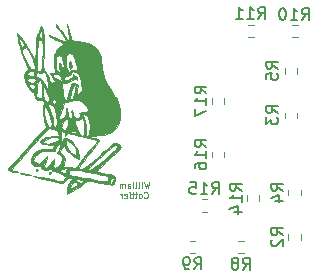
<source format=gbo>
%TF.GenerationSoftware,KiCad,Pcbnew,(5.1.10)-1*%
%TF.CreationDate,2021-11-25T14:26:07+01:00*%
%TF.ProjectId,POWER_BOARD,504f5745-525f-4424-9f41-52442e6b6963,V01*%
%TF.SameCoordinates,Original*%
%TF.FileFunction,Legend,Bot*%
%TF.FilePolarity,Positive*%
%FSLAX46Y46*%
G04 Gerber Fmt 4.6, Leading zero omitted, Abs format (unit mm)*
G04 Created by KiCad (PCBNEW (5.1.10)-1) date 2021-11-25 14:26:07*
%MOMM*%
%LPD*%
G01*
G04 APERTURE LIST*
%ADD10C,0.100000*%
%ADD11C,0.010000*%
%ADD12C,0.120000*%
%ADD13C,0.150000*%
G04 APERTURE END LIST*
D10*
X126616709Y-101545270D02*
X126497661Y-102045270D01*
X126402423Y-101688127D01*
X126307185Y-102045270D01*
X126188138Y-101545270D01*
X125997661Y-102045270D02*
X125997661Y-101711937D01*
X125997661Y-101545270D02*
X126021471Y-101569080D01*
X125997661Y-101592889D01*
X125973852Y-101569080D01*
X125997661Y-101545270D01*
X125997661Y-101592889D01*
X125688138Y-102045270D02*
X125735757Y-102021460D01*
X125759566Y-101973841D01*
X125759566Y-101545270D01*
X125426233Y-102045270D02*
X125473852Y-102021460D01*
X125497661Y-101973841D01*
X125497661Y-101545270D01*
X125235757Y-102045270D02*
X125235757Y-101711937D01*
X125235757Y-101545270D02*
X125259566Y-101569080D01*
X125235757Y-101592889D01*
X125211947Y-101569080D01*
X125235757Y-101545270D01*
X125235757Y-101592889D01*
X124783376Y-102045270D02*
X124783376Y-101783365D01*
X124807185Y-101735746D01*
X124854804Y-101711937D01*
X124950042Y-101711937D01*
X124997661Y-101735746D01*
X124783376Y-102021460D02*
X124830995Y-102045270D01*
X124950042Y-102045270D01*
X124997661Y-102021460D01*
X125021471Y-101973841D01*
X125021471Y-101926222D01*
X124997661Y-101878603D01*
X124950042Y-101854794D01*
X124830995Y-101854794D01*
X124783376Y-101830984D01*
X124545280Y-102045270D02*
X124545280Y-101711937D01*
X124545280Y-101759556D02*
X124521471Y-101735746D01*
X124473852Y-101711937D01*
X124402423Y-101711937D01*
X124354804Y-101735746D01*
X124330995Y-101783365D01*
X124330995Y-102045270D01*
X124330995Y-101783365D02*
X124307185Y-101735746D01*
X124259566Y-101711937D01*
X124188138Y-101711937D01*
X124140519Y-101735746D01*
X124116709Y-101783365D01*
X124116709Y-102045270D01*
X126188138Y-102847651D02*
X126211947Y-102871460D01*
X126283376Y-102895270D01*
X126330995Y-102895270D01*
X126402423Y-102871460D01*
X126450042Y-102823841D01*
X126473852Y-102776222D01*
X126497661Y-102680984D01*
X126497661Y-102609556D01*
X126473852Y-102514318D01*
X126450042Y-102466699D01*
X126402423Y-102419080D01*
X126330995Y-102395270D01*
X126283376Y-102395270D01*
X126211947Y-102419080D01*
X126188138Y-102442889D01*
X125902423Y-102895270D02*
X125950042Y-102871460D01*
X125973852Y-102847651D01*
X125997661Y-102800032D01*
X125997661Y-102657175D01*
X125973852Y-102609556D01*
X125950042Y-102585746D01*
X125902423Y-102561937D01*
X125830995Y-102561937D01*
X125783376Y-102585746D01*
X125759566Y-102609556D01*
X125735757Y-102657175D01*
X125735757Y-102800032D01*
X125759566Y-102847651D01*
X125783376Y-102871460D01*
X125830995Y-102895270D01*
X125902423Y-102895270D01*
X125592900Y-102561937D02*
X125402423Y-102561937D01*
X125521471Y-102395270D02*
X125521471Y-102823841D01*
X125497661Y-102871460D01*
X125450042Y-102895270D01*
X125402423Y-102895270D01*
X125307185Y-102561937D02*
X125116709Y-102561937D01*
X125235757Y-102395270D02*
X125235757Y-102823841D01*
X125211947Y-102871460D01*
X125164328Y-102895270D01*
X125116709Y-102895270D01*
X124950042Y-102895270D02*
X124950042Y-102561937D01*
X124950042Y-102395270D02*
X124973852Y-102419080D01*
X124950042Y-102442889D01*
X124926233Y-102419080D01*
X124950042Y-102395270D01*
X124950042Y-102442889D01*
X124521471Y-102871460D02*
X124569090Y-102895270D01*
X124664328Y-102895270D01*
X124711947Y-102871460D01*
X124735757Y-102823841D01*
X124735757Y-102633365D01*
X124711947Y-102585746D01*
X124664328Y-102561937D01*
X124569090Y-102561937D01*
X124521471Y-102585746D01*
X124497661Y-102633365D01*
X124497661Y-102680984D01*
X124735757Y-102728603D01*
X124283376Y-102895270D02*
X124283376Y-102561937D01*
X124283376Y-102657175D02*
X124259566Y-102609556D01*
X124235757Y-102585746D01*
X124188138Y-102561937D01*
X124140519Y-102561937D01*
D11*
%TO.C,G\u002A\u002A\u002A*%
G36*
X118715414Y-88282722D02*
G01*
X118731010Y-88311334D01*
X118840813Y-88469833D01*
X118961869Y-88616254D01*
X119096549Y-88786433D01*
X119257910Y-89018221D01*
X119420395Y-89270627D01*
X119558448Y-89502658D01*
X119646512Y-89673321D01*
X119662496Y-89740060D01*
X119576982Y-89720125D01*
X119374774Y-89638793D01*
X119090520Y-89510626D01*
X118897487Y-89418513D01*
X118579410Y-89270668D01*
X118320759Y-89163321D01*
X118156880Y-89110458D01*
X118118965Y-89110480D01*
X118093469Y-89137757D01*
X118100064Y-89165310D01*
X118165716Y-89209373D01*
X118317392Y-89286179D01*
X118582058Y-89411964D01*
X118755833Y-89493883D01*
X119041419Y-89634052D01*
X119256094Y-89749855D01*
X119363332Y-89821244D01*
X119369131Y-89830524D01*
X119303019Y-89899810D01*
X119142349Y-90006202D01*
X119120405Y-90018869D01*
X118928748Y-90182490D01*
X118742680Y-90425421D01*
X118687325Y-90522483D01*
X118595102Y-90725839D01*
X118546196Y-90917736D01*
X118533949Y-91153644D01*
X118551703Y-91489035D01*
X118559468Y-91587781D01*
X118616500Y-92290667D01*
X118400417Y-92290667D01*
X118244187Y-92306929D01*
X118199516Y-92372149D01*
X118268593Y-92510974D01*
X118439491Y-92730970D01*
X118588986Y-92918855D01*
X118637823Y-93017962D01*
X118594460Y-93069001D01*
X118515635Y-93097338D01*
X118363826Y-93119500D01*
X118255348Y-93050139D01*
X118160559Y-92860068D01*
X118102619Y-92690683D01*
X117981050Y-92410574D01*
X117822341Y-92158065D01*
X117808000Y-92140349D01*
X117732173Y-92042378D01*
X117681345Y-91941584D01*
X117652682Y-91806623D01*
X117643346Y-91606151D01*
X117650502Y-91308823D01*
X117671314Y-90883295D01*
X117679884Y-90724334D01*
X117696364Y-90203559D01*
X117591666Y-90203559D01*
X117584345Y-90645764D01*
X117565146Y-91126765D01*
X117538217Y-91542752D01*
X117538084Y-91544335D01*
X117507883Y-91865985D01*
X117475551Y-92051966D01*
X117426914Y-92135514D01*
X117347798Y-92149863D01*
X117284084Y-92139905D01*
X117174009Y-92104745D01*
X117113813Y-92024836D01*
X117088648Y-91858269D01*
X117087511Y-91793384D01*
X116960542Y-91793384D01*
X116953633Y-91960276D01*
X116873309Y-92004662D01*
X116850804Y-91997916D01*
X116670427Y-91955118D01*
X116623355Y-91952000D01*
X116554677Y-91881327D01*
X116436822Y-91695510D01*
X116290040Y-91433849D01*
X116134579Y-91135647D01*
X115990689Y-90840206D01*
X115878619Y-90586827D01*
X115818620Y-90414812D01*
X115813666Y-90380493D01*
X115875646Y-90285879D01*
X116011447Y-90171315D01*
X116145860Y-90097255D01*
X116172555Y-90092026D01*
X116235659Y-90161274D01*
X116352974Y-90349243D01*
X116504417Y-90622488D01*
X116590325Y-90787834D01*
X116773934Y-91184148D01*
X116898991Y-91527003D01*
X116960542Y-91793384D01*
X117087511Y-91793384D01*
X117083666Y-91574137D01*
X117090159Y-91234854D01*
X117107380Y-90806930D01*
X117131946Y-90370466D01*
X117138678Y-90271674D01*
X117166960Y-89907089D01*
X117195829Y-89679420D01*
X117235813Y-89556544D01*
X117297440Y-89506334D01*
X117391240Y-89496667D01*
X117392678Y-89496667D01*
X117489766Y-89505016D01*
X117548698Y-89552583D01*
X117578984Y-89673150D01*
X117590133Y-89900497D01*
X117591666Y-90203559D01*
X117696364Y-90203559D01*
X117704233Y-89954925D01*
X117684192Y-89321141D01*
X117668127Y-89193409D01*
X117558392Y-89193409D01*
X117552398Y-89300439D01*
X117431392Y-89327334D01*
X117281958Y-89270320D01*
X117253000Y-89174182D01*
X117302498Y-88986633D01*
X117377307Y-88856682D01*
X117470299Y-88744692D01*
X117500477Y-88774687D01*
X117504307Y-88875909D01*
X117530139Y-89091486D01*
X117558392Y-89193409D01*
X117668127Y-89193409D01*
X117617981Y-88794722D01*
X117536882Y-88453120D01*
X117462929Y-88355362D01*
X117387953Y-88407291D01*
X117372905Y-88466556D01*
X117331975Y-88605112D01*
X117247867Y-88822746D01*
X117150530Y-89045805D01*
X117083630Y-89178018D01*
X117049082Y-89319752D01*
X117021342Y-89589081D01*
X117003679Y-89944306D01*
X116999000Y-90257518D01*
X116992994Y-90632005D01*
X116976709Y-90934719D01*
X116952741Y-91131511D01*
X116928079Y-91190000D01*
X116862481Y-91118321D01*
X116751493Y-90928036D01*
X116616209Y-90656277D01*
X116579347Y-90576167D01*
X116382588Y-90196289D01*
X116224398Y-89940106D01*
X116035099Y-89940106D01*
X115977045Y-90010139D01*
X115819807Y-90080153D01*
X115731240Y-90017693D01*
X115683180Y-89856500D01*
X115617698Y-89536401D01*
X115596712Y-89369981D01*
X115630024Y-89345178D01*
X115727436Y-89449929D01*
X115866903Y-89630435D01*
X116002872Y-89826779D01*
X116035099Y-89940106D01*
X116224398Y-89940106D01*
X116139481Y-89802587D01*
X115915432Y-89496667D01*
X115666761Y-89198042D01*
X115509076Y-89016513D01*
X115425366Y-88938749D01*
X115398623Y-88951422D01*
X115411835Y-89041200D01*
X115429265Y-89115667D01*
X115477771Y-89345855D01*
X115535269Y-89656501D01*
X115567419Y-89846399D01*
X115637878Y-90131198D01*
X115764164Y-90507744D01*
X115925343Y-90916846D01*
X116028084Y-91148990D01*
X116195877Y-91513851D01*
X116298802Y-91756352D01*
X116343788Y-91907496D01*
X116337762Y-91998284D01*
X116287652Y-92059716D01*
X116239529Y-92095225D01*
X116103692Y-92285870D01*
X116053690Y-92576746D01*
X116087180Y-92923525D01*
X116201817Y-93281877D01*
X116313388Y-93491644D01*
X116520156Y-93789789D01*
X116672463Y-93940659D01*
X116781294Y-93953155D01*
X116825273Y-93906442D01*
X116866931Y-93913264D01*
X116894571Y-94053143D01*
X116898053Y-94111428D01*
X116924338Y-94379385D01*
X117002465Y-94519050D01*
X117170315Y-94570887D01*
X117333605Y-94576667D01*
X117593620Y-94616099D01*
X117714286Y-94726901D01*
X117684694Y-94897835D01*
X117669796Y-94923011D01*
X117612755Y-95120075D01*
X117597087Y-95426934D01*
X117619955Y-95789921D01*
X117678521Y-96155371D01*
X117748521Y-96411573D01*
X117899848Y-96849480D01*
X117446626Y-97342907D01*
X117144981Y-97674417D01*
X116810995Y-98046125D01*
X116551701Y-98338248D01*
X116313910Y-98605687D01*
X116003585Y-98950802D01*
X115662974Y-99326773D01*
X115369166Y-99648773D01*
X115092130Y-99954858D01*
X114862228Y-100215922D01*
X114700978Y-100407000D01*
X114629901Y-100503130D01*
X114628333Y-100508151D01*
X114702195Y-100553863D01*
X114884829Y-100612646D01*
X115117805Y-100670780D01*
X115342694Y-100714545D01*
X115501068Y-100730224D01*
X115538661Y-100721895D01*
X115491305Y-100683732D01*
X115325844Y-100637207D01*
X115271985Y-100626370D01*
X115073287Y-100571785D01*
X114970790Y-100509804D01*
X114967000Y-100497890D01*
X115020272Y-100410771D01*
X115165611Y-100224883D01*
X115381300Y-99966864D01*
X115645621Y-99663354D01*
X115666817Y-99639479D01*
X115963728Y-99305168D01*
X116244650Y-98988237D01*
X116476599Y-98725937D01*
X116619317Y-98563828D01*
X116786823Y-98377341D01*
X117031861Y-98110384D01*
X117315396Y-97805308D01*
X117488512Y-97620783D01*
X118105024Y-96966245D01*
X118504512Y-97067651D01*
X118749503Y-97142115D01*
X118873313Y-97227930D01*
X118921979Y-97363121D01*
X118928713Y-97418029D01*
X118953426Y-97667000D01*
X118456702Y-97667000D01*
X118109409Y-97687625D01*
X117849490Y-97763207D01*
X117649401Y-97878667D01*
X117461462Y-98017988D01*
X117350723Y-98121787D01*
X117338245Y-98145551D01*
X117413568Y-98219164D01*
X117607532Y-98292440D01*
X117869951Y-98351949D01*
X118150641Y-98384261D01*
X118239301Y-98386667D01*
X118484073Y-98393323D01*
X118586352Y-98429943D01*
X118572908Y-98521503D01*
X118506356Y-98635855D01*
X118412741Y-98734670D01*
X118264272Y-98768690D01*
X118010012Y-98751294D01*
X117521382Y-98756616D01*
X117126511Y-98901267D01*
X116819940Y-99187358D01*
X116796363Y-99220304D01*
X116620416Y-99553837D01*
X116579857Y-99831722D01*
X116667810Y-100034528D01*
X116877402Y-100142824D01*
X117124834Y-100148734D01*
X117346341Y-100148069D01*
X117422189Y-100217148D01*
X117422333Y-100222049D01*
X117486895Y-100342325D01*
X117630936Y-100466778D01*
X117793669Y-100552389D01*
X117937605Y-100545057D01*
X118096602Y-100475219D01*
X118271679Y-100398838D01*
X118343177Y-100408756D01*
X118353666Y-100465876D01*
X118426537Y-100568343D01*
X118586500Y-100636758D01*
X118830424Y-100709260D01*
X119095523Y-100814530D01*
X119333446Y-100929712D01*
X119495842Y-101031945D01*
X119539000Y-101087054D01*
X119490395Y-101201790D01*
X119386774Y-101349899D01*
X119299145Y-101448271D01*
X119209346Y-101493082D01*
X119070411Y-101487502D01*
X118835377Y-101434699D01*
X118688274Y-101397026D01*
X118352436Y-101315430D01*
X117969696Y-101230143D01*
X117581390Y-101149420D01*
X117228857Y-101081515D01*
X116953433Y-101034681D01*
X116796454Y-101017173D01*
X116787333Y-101017449D01*
X116838715Y-101038478D01*
X117022910Y-101092375D01*
X117308474Y-101170856D01*
X117663965Y-101265637D01*
X118057937Y-101368436D01*
X118458948Y-101470967D01*
X118835554Y-101564948D01*
X119156312Y-101642094D01*
X119174353Y-101646299D01*
X119332982Y-101636778D01*
X119451271Y-101496166D01*
X119471275Y-101456238D01*
X119603503Y-101279738D01*
X119814543Y-101205857D01*
X119878255Y-101199115D01*
X120059930Y-101196701D01*
X120082346Y-101233206D01*
X120056300Y-101253779D01*
X119973297Y-101364805D01*
X119876479Y-101573051D01*
X119779742Y-101834349D01*
X119696981Y-102104529D01*
X119642091Y-102339422D01*
X119628970Y-102494859D01*
X119653925Y-102532770D01*
X119773314Y-102491445D01*
X119988406Y-102386279D01*
X120221687Y-102257603D01*
X120539832Y-102059317D01*
X120855643Y-101840129D01*
X120967231Y-101753842D01*
X120539381Y-101753842D01*
X120521202Y-101816922D01*
X120415325Y-101887117D01*
X120258666Y-101970439D01*
X120034412Y-102078620D01*
X119933261Y-102086241D01*
X119935326Y-101983448D01*
X119989032Y-101836834D01*
X120118841Y-101636281D01*
X120279340Y-101536675D01*
X120426969Y-101553487D01*
X120503883Y-101653975D01*
X120539381Y-101753842D01*
X120967231Y-101753842D01*
X121024144Y-101709834D01*
X121195098Y-101575893D01*
X121347994Y-101491216D01*
X121518905Y-101453290D01*
X121743904Y-101459605D01*
X122059064Y-101507650D01*
X122500458Y-101594914D01*
X122544666Y-101604000D01*
X122980191Y-101691800D01*
X123276759Y-101744457D01*
X123460830Y-101763031D01*
X123558867Y-101748579D01*
X123597330Y-101702161D01*
X123603000Y-101646334D01*
X123638880Y-101533528D01*
X123669200Y-101519334D01*
X123733130Y-101450612D01*
X123746618Y-101323581D01*
X123631810Y-101323581D01*
X123585124Y-101483278D01*
X123488410Y-101628166D01*
X123377743Y-101688667D01*
X123283846Y-101618578D01*
X123264333Y-101529700D01*
X123317279Y-101358368D01*
X123439025Y-101233857D01*
X123573931Y-101208319D01*
X123596098Y-101218735D01*
X123631810Y-101323581D01*
X123746618Y-101323581D01*
X123749763Y-101293972D01*
X123720413Y-101123704D01*
X123668516Y-101037311D01*
X123246469Y-101037311D01*
X123161145Y-101282072D01*
X123097853Y-101429342D01*
X123008600Y-101492340D01*
X122838566Y-101493073D01*
X122683243Y-101473896D01*
X122422441Y-101431031D01*
X121005462Y-101431031D01*
X120970098Y-101486923D01*
X120813751Y-101592448D01*
X120624998Y-101546783D01*
X120528767Y-101482436D01*
X120432074Y-101373088D01*
X120490319Y-101315924D01*
X120695968Y-101315405D01*
X120789965Y-101327671D01*
X120969132Y-101369338D01*
X121005462Y-101431031D01*
X122422441Y-101431031D01*
X122380581Y-101424151D01*
X122102876Y-101364400D01*
X122036666Y-101346558D01*
X121795954Y-101292030D01*
X121486497Y-101241667D01*
X121359333Y-101225958D01*
X121037629Y-101182272D01*
X120651132Y-101117958D01*
X120385666Y-101067359D01*
X120073254Y-100992633D01*
X119896212Y-100917601D01*
X119821303Y-100826300D01*
X119813682Y-100792646D01*
X119819561Y-100632972D01*
X119899034Y-100529902D01*
X120069440Y-100482047D01*
X120348118Y-100488017D01*
X120752409Y-100546424D01*
X121299651Y-100655878D01*
X121359333Y-100668800D01*
X121597350Y-100720302D01*
X121791882Y-100761127D01*
X121993675Y-100801354D01*
X122253478Y-100851065D01*
X122622038Y-100920342D01*
X122683901Y-100931932D01*
X123246469Y-101037311D01*
X123668516Y-101037311D01*
X123660444Y-101023875D01*
X123527682Y-100967350D01*
X123277999Y-100901679D01*
X122962334Y-100839993D01*
X122921301Y-100833301D01*
X122600567Y-100777062D01*
X122338712Y-100721826D01*
X122186924Y-100678532D01*
X122178314Y-100674544D01*
X122187193Y-100600487D01*
X122321290Y-100431349D01*
X122583125Y-100164435D01*
X122975221Y-99797047D01*
X123130814Y-99655837D01*
X123482564Y-99332990D01*
X123785315Y-99044470D01*
X124018297Y-98810940D01*
X124160740Y-98653061D01*
X124195666Y-98596474D01*
X124161735Y-98523413D01*
X123910056Y-98523413D01*
X123884989Y-98615517D01*
X123788136Y-98747871D01*
X123606115Y-98934848D01*
X123325546Y-99190819D01*
X122933047Y-99530160D01*
X122671666Y-99751593D01*
X122278166Y-100075711D01*
X121984254Y-100297490D01*
X121767294Y-100431786D01*
X121604650Y-100493458D01*
X121528666Y-100501810D01*
X121274666Y-100502240D01*
X121696272Y-100142954D01*
X121968956Y-99907068D01*
X122301013Y-99614830D01*
X122626786Y-99324082D01*
X122669938Y-99285179D01*
X123074059Y-98925523D01*
X123374809Y-98672249D01*
X123589806Y-98513267D01*
X123736670Y-98436490D01*
X123833019Y-98429828D01*
X123876717Y-98457184D01*
X123910056Y-98523413D01*
X124161735Y-98523413D01*
X124126201Y-98446901D01*
X123963456Y-98303249D01*
X123775910Y-98221527D01*
X123732113Y-98217334D01*
X123591356Y-98271605D01*
X123380277Y-98412718D01*
X123182140Y-98577167D01*
X122919354Y-98812736D01*
X122661378Y-99038949D01*
X122520765Y-99159060D01*
X122334720Y-99319858D01*
X122072132Y-99553145D01*
X121780735Y-99816391D01*
X121689326Y-99899893D01*
X121366908Y-100178593D01*
X121126069Y-100344191D01*
X120940149Y-100413805D01*
X120881422Y-100418667D01*
X120743484Y-100406992D01*
X119674008Y-100406992D01*
X119670438Y-100447848D01*
X119602162Y-100611153D01*
X119571513Y-100693834D01*
X119524675Y-100803193D01*
X119457313Y-100829745D01*
X119318929Y-100775458D01*
X119188261Y-100708757D01*
X119020920Y-100614332D01*
X118980792Y-100551498D01*
X119080555Y-100499196D01*
X119332888Y-100436367D01*
X119355300Y-100431321D01*
X119583273Y-100390867D01*
X119674008Y-100406992D01*
X120743484Y-100406992D01*
X120708311Y-100404015D01*
X120639666Y-100370422D01*
X120692966Y-100256537D01*
X120843322Y-100034115D01*
X121076424Y-99722177D01*
X121377961Y-99339744D01*
X121733621Y-98905834D01*
X121813298Y-98810607D01*
X122118311Y-98433632D01*
X122315075Y-98159059D01*
X122362384Y-98065935D01*
X122164566Y-98065935D01*
X122125851Y-98195752D01*
X121980138Y-98377396D01*
X121970899Y-98387532D01*
X121844517Y-98533425D01*
X121639794Y-98778275D01*
X121384239Y-99088866D01*
X121105359Y-99431982D01*
X121084102Y-99458308D01*
X120390073Y-100318283D01*
X119837810Y-100304975D01*
X119557171Y-100298209D01*
X119358699Y-100293417D01*
X119286548Y-100291667D01*
X119311972Y-100220374D01*
X119374666Y-100041237D01*
X119405044Y-99954045D01*
X119473592Y-99711224D01*
X119473178Y-99700136D01*
X119272886Y-99700136D01*
X119140480Y-99970528D01*
X119037513Y-100086513D01*
X118794912Y-100278686D01*
X118600877Y-100328705D01*
X118477508Y-100244223D01*
X118468509Y-100109952D01*
X118523443Y-99909679D01*
X118526241Y-99902842D01*
X118597202Y-99693567D01*
X118582485Y-99624874D01*
X118488672Y-99695351D01*
X118322347Y-99903588D01*
X118286139Y-99954283D01*
X118061031Y-100214563D01*
X117875458Y-100328368D01*
X117751323Y-100306288D01*
X117710530Y-100158911D01*
X117774985Y-99896827D01*
X117845664Y-99741337D01*
X117945473Y-99526148D01*
X117993846Y-99381685D01*
X117992419Y-99351863D01*
X117921570Y-99389108D01*
X117775170Y-99521343D01*
X117644433Y-99656401D01*
X117421806Y-99877312D01*
X117255778Y-99974967D01*
X117102676Y-99962561D01*
X116940933Y-99868968D01*
X116808229Y-99700617D01*
X116840415Y-99498496D01*
X117036833Y-99264458D01*
X117201511Y-99132326D01*
X117408004Y-98992694D01*
X117580074Y-98923330D01*
X117786013Y-98908570D01*
X118078500Y-98931187D01*
X118410362Y-98950709D01*
X118581250Y-98926580D01*
X118607666Y-98892533D01*
X118652023Y-98770052D01*
X118762887Y-98574984D01*
X118808491Y-98505476D01*
X118936352Y-98330248D01*
X119006030Y-98284796D01*
X119046591Y-98353769D01*
X119052852Y-98376419D01*
X119040746Y-98560285D01*
X118952132Y-98779787D01*
X118944232Y-98793101D01*
X118792076Y-99043302D01*
X119038538Y-99225519D01*
X119238908Y-99449932D01*
X119272886Y-99700136D01*
X119473178Y-99700136D01*
X119467121Y-99538244D01*
X119406900Y-99392805D01*
X119280960Y-99213538D01*
X119161218Y-99119284D01*
X119085274Y-99068972D01*
X119087417Y-98972398D01*
X119169453Y-98779421D01*
X119173768Y-98770357D01*
X119291751Y-98567736D01*
X119391341Y-98472187D01*
X119448623Y-98502232D01*
X119454333Y-98553054D01*
X119516881Y-98692698D01*
X119677757Y-98889803D01*
X119896806Y-99104380D01*
X120133875Y-99296438D01*
X120314150Y-99409376D01*
X120639666Y-99575442D01*
X120639666Y-99273183D01*
X120587572Y-98989680D01*
X120456165Y-98989680D01*
X120440299Y-99104813D01*
X120385679Y-99205348D01*
X120304321Y-99215454D01*
X120154632Y-99128765D01*
X120035319Y-99042834D01*
X119742567Y-98748149D01*
X119571684Y-98403181D01*
X119539000Y-98179205D01*
X119555516Y-98022511D01*
X119621495Y-97978433D01*
X119761583Y-98048935D01*
X119973656Y-98213837D01*
X120218875Y-98466683D01*
X120387731Y-98740610D01*
X120456165Y-98989680D01*
X120587572Y-98989680D01*
X120563481Y-98858580D01*
X120357027Y-98451848D01*
X120053461Y-98105210D01*
X119776038Y-97912956D01*
X119545318Y-97813088D01*
X119411396Y-97822613D01*
X119335544Y-97949399D01*
X119319768Y-98005667D01*
X119253404Y-98184230D01*
X119191471Y-98206305D01*
X119143132Y-98084670D01*
X119124307Y-97898795D01*
X119016889Y-97898795D01*
X118910301Y-98019666D01*
X118836971Y-98070991D01*
X118412636Y-98254449D01*
X117959268Y-98282169D01*
X117778782Y-98247751D01*
X117645354Y-98197838D01*
X117656324Y-98122059D01*
X117725520Y-98040428D01*
X117981380Y-97861498D01*
X118323925Y-97753349D01*
X118677747Y-97737779D01*
X118740185Y-97747116D01*
X118961320Y-97811748D01*
X119016889Y-97898795D01*
X119124307Y-97898795D01*
X119117552Y-97832104D01*
X119115666Y-97721074D01*
X119119512Y-97444828D01*
X119142433Y-97300973D01*
X119201507Y-97252579D01*
X119313812Y-97262715D01*
X119326509Y-97265120D01*
X119476295Y-97322423D01*
X119503949Y-97449704D01*
X119490498Y-97528546D01*
X119464338Y-97675846D01*
X119489997Y-97670752D01*
X119546142Y-97582334D01*
X119633904Y-97440285D01*
X119668901Y-97387308D01*
X119754059Y-97395367D01*
X119964147Y-97438876D01*
X120260516Y-97509509D01*
X120397248Y-97544184D01*
X120779367Y-97640166D01*
X121150856Y-97729217D01*
X121442370Y-97794800D01*
X121486333Y-97803921D01*
X121860045Y-97888373D01*
X122081043Y-97969593D01*
X122164566Y-98065935D01*
X122362384Y-98065935D01*
X122399242Y-97993386D01*
X122391128Y-97946932D01*
X122248009Y-97894095D01*
X122020478Y-97841178D01*
X121974898Y-97833050D01*
X121739651Y-97778504D01*
X121669633Y-97724605D01*
X121760753Y-97674164D01*
X122008920Y-97629993D01*
X122311833Y-97601487D01*
X122818458Y-97538274D01*
X123205554Y-97419675D01*
X123519066Y-97226249D01*
X123726768Y-97022864D01*
X121590015Y-97022864D01*
X121560281Y-97332163D01*
X121493811Y-97526027D01*
X121381173Y-97684617D01*
X121305726Y-97684715D01*
X121274923Y-97534530D01*
X121288774Y-97300141D01*
X121287370Y-97207139D01*
X121136113Y-97207139D01*
X121114788Y-97405472D01*
X121056130Y-97578799D01*
X120967481Y-97611518D01*
X120809646Y-97540346D01*
X120695304Y-97418187D01*
X120672711Y-97378917D01*
X120555000Y-97378917D01*
X120483036Y-97411320D01*
X120306025Y-97405404D01*
X120082287Y-97367403D01*
X119877666Y-97306520D01*
X119855716Y-97261986D01*
X119989567Y-97214991D01*
X120047000Y-97203587D01*
X120315049Y-97193999D01*
X120497285Y-97263417D01*
X120555000Y-97378917D01*
X120672711Y-97378917D01*
X120564425Y-97190701D01*
X120476546Y-96986837D01*
X120353069Y-96626164D01*
X120306553Y-96401831D01*
X120336239Y-96299729D01*
X120439930Y-96305196D01*
X120609672Y-96301859D01*
X120761662Y-96235957D01*
X119781132Y-96235957D01*
X119756184Y-96437269D01*
X119707618Y-96681680D01*
X119647848Y-96912779D01*
X119589287Y-97074153D01*
X119554095Y-97115511D01*
X119433790Y-97094731D01*
X119316959Y-97066125D01*
X119203644Y-97016301D01*
X119175139Y-96916594D01*
X119216240Y-96712194D01*
X119217464Y-96707448D01*
X119307377Y-96500875D01*
X119375817Y-96406854D01*
X118835393Y-96406854D01*
X118826679Y-96452860D01*
X118782447Y-96618086D01*
X118740125Y-96799167D01*
X118677470Y-96988348D01*
X118612554Y-97014364D01*
X118550646Y-96883216D01*
X118507948Y-96658441D01*
X118353666Y-96658441D01*
X118318089Y-96855413D01*
X118227483Y-96913599D01*
X118106040Y-96843876D01*
X117977950Y-96657117D01*
X117893654Y-96451635D01*
X117805174Y-96131197D01*
X117739348Y-95796119D01*
X117700450Y-95486344D01*
X117692754Y-95241812D01*
X117720533Y-95102466D01*
X117747391Y-95084667D01*
X117867133Y-95161473D01*
X117999916Y-95365259D01*
X118130349Y-95656074D01*
X118243042Y-95993968D01*
X118322604Y-96338990D01*
X118353645Y-96651191D01*
X118353666Y-96658441D01*
X118507948Y-96658441D01*
X118497018Y-96600905D01*
X118485762Y-96509537D01*
X118429606Y-96151891D01*
X118335031Y-95791983D01*
X118185552Y-95373935D01*
X118059103Y-95063500D01*
X118047534Y-94946512D01*
X118169509Y-94915334D01*
X118358530Y-94992127D01*
X118533978Y-95192387D01*
X118667044Y-95470935D01*
X118728924Y-95782589D01*
X118729445Y-95793507D01*
X118752127Y-96038804D01*
X118790360Y-96215434D01*
X118803315Y-96244083D01*
X118835393Y-96406854D01*
X119375817Y-96406854D01*
X119448426Y-96307106D01*
X119602424Y-96165758D01*
X119731185Y-96116448D01*
X119770047Y-96134158D01*
X119781132Y-96235957D01*
X120761662Y-96235957D01*
X120774181Y-96230529D01*
X120947324Y-96156481D01*
X121022593Y-96188451D01*
X121071704Y-96347947D01*
X121110200Y-96613207D01*
X121133272Y-96920761D01*
X121136113Y-97207139D01*
X121287370Y-97207139D01*
X121282476Y-96883204D01*
X121186156Y-96388527D01*
X121011143Y-95874020D01*
X121008558Y-95867834D01*
X121036667Y-95780816D01*
X121130339Y-95762000D01*
X121275286Y-95839710D01*
X121402158Y-96045566D01*
X121502523Y-96338652D01*
X121567952Y-96678056D01*
X121590015Y-97022864D01*
X123726768Y-97022864D01*
X123762852Y-96987530D01*
X124035994Y-96550641D01*
X124163353Y-96031065D01*
X124156074Y-95635000D01*
X122417666Y-95635000D01*
X122375333Y-95677334D01*
X122333000Y-95635000D01*
X122375333Y-95592667D01*
X122417666Y-95635000D01*
X124156074Y-95635000D01*
X124153826Y-95512698D01*
X124131852Y-95390703D01*
X121449309Y-95390703D01*
X121399547Y-95510910D01*
X121394972Y-95513929D01*
X121212202Y-95577985D01*
X121091091Y-95591370D01*
X120872752Y-95614395D01*
X120726655Y-95667917D01*
X120693038Y-95733711D01*
X120720102Y-95759385D01*
X120781969Y-95869863D01*
X120728853Y-95999698D01*
X120595585Y-96089320D01*
X120520541Y-96100667D01*
X120283319Y-96033911D01*
X120154127Y-95839472D01*
X120131666Y-95660400D01*
X120106352Y-95489505D01*
X120049657Y-95423334D01*
X119994164Y-95485193D01*
X120000252Y-95529167D01*
X120041853Y-95686849D01*
X120085458Y-95874141D01*
X120106765Y-96041382D01*
X120044952Y-96093023D01*
X119944363Y-96085808D01*
X119823561Y-96044760D01*
X119759548Y-95935294D01*
X119728654Y-95711075D01*
X119724861Y-95656167D01*
X119693418Y-95421618D01*
X119642420Y-95276693D01*
X119612300Y-95254000D01*
X119563735Y-95325442D01*
X119577904Y-95492389D01*
X119572817Y-95743082D01*
X119451486Y-95958056D01*
X119289721Y-96105422D01*
X119120059Y-96179451D01*
X118990858Y-96168454D01*
X118949026Y-96079500D01*
X118998923Y-95932268D01*
X119072495Y-95814147D01*
X119160337Y-95640734D01*
X119250492Y-95375262D01*
X119292342Y-95211930D01*
X119391413Y-94769233D01*
X119460390Y-94756906D01*
X118692333Y-94756906D01*
X118679198Y-94924893D01*
X118616455Y-94956933D01*
X118523000Y-94915334D01*
X118388345Y-94798130D01*
X118353666Y-94710563D01*
X118424575Y-94599280D01*
X118437854Y-94592919D01*
X118170243Y-94592919D01*
X118108459Y-94675254D01*
X118078500Y-94689927D01*
X117930440Y-94729966D01*
X117829853Y-94676137D01*
X117721638Y-94497724D01*
X117716727Y-94488250D01*
X117619133Y-94139030D01*
X117610439Y-93747417D01*
X117615830Y-93650957D01*
X117507000Y-93650957D01*
X117507000Y-94418581D01*
X117275400Y-94391791D01*
X117134161Y-94363081D01*
X117072707Y-94288121D01*
X117067440Y-94118083D01*
X117078335Y-93984000D01*
X117103170Y-93696889D01*
X117122917Y-93446284D01*
X117126747Y-93391334D01*
X117132555Y-93360339D01*
X116975093Y-93360339D01*
X116945821Y-93487762D01*
X116859469Y-93603435D01*
X116745615Y-93697317D01*
X116657400Y-93672260D01*
X116559356Y-93561550D01*
X116447565Y-93397773D01*
X116406333Y-93291923D01*
X116475064Y-93241222D01*
X116634870Y-93235660D01*
X116816168Y-93266867D01*
X116949375Y-93326473D01*
X116975093Y-93360339D01*
X117132555Y-93360339D01*
X117181075Y-93101418D01*
X117280183Y-92938174D01*
X117047284Y-92938174D01*
X116928711Y-93061186D01*
X116732914Y-93132079D01*
X116660333Y-93137334D01*
X116449865Y-93095093D01*
X116324745Y-93014042D01*
X116260180Y-92861977D01*
X116351559Y-92760139D01*
X116591117Y-92715468D01*
X116660333Y-92714000D01*
X116884781Y-92734873D01*
X117028610Y-92786612D01*
X117043625Y-92802376D01*
X117047284Y-92938174D01*
X117280183Y-92938174D01*
X117288976Y-92923692D01*
X117389058Y-92883334D01*
X117447357Y-92920605D01*
X117483738Y-93050009D01*
X117502256Y-93297928D01*
X117507000Y-93650957D01*
X117615830Y-93650957D01*
X117637439Y-93264334D01*
X117910886Y-93833974D01*
X118076539Y-94198233D01*
X118161297Y-94442564D01*
X118170243Y-94592919D01*
X118437854Y-94592919D01*
X118523000Y-94552135D01*
X118643731Y-94548687D01*
X118688356Y-94653402D01*
X118692333Y-94756906D01*
X119460390Y-94756906D01*
X119977444Y-94664503D01*
X120289060Y-94612718D01*
X120492167Y-94599859D01*
X120644603Y-94633182D01*
X120804205Y-94719944D01*
X120895848Y-94779727D01*
X121180223Y-94999757D01*
X121370455Y-95211867D01*
X121449309Y-95390703D01*
X124131852Y-95390703D01*
X124084386Y-95127189D01*
X123963028Y-94757985D01*
X123851096Y-94527529D01*
X122396750Y-94527529D01*
X122383864Y-94614415D01*
X122315384Y-94778321D01*
X122224586Y-94952130D01*
X122144745Y-95068723D01*
X122120529Y-95084667D01*
X122127950Y-95017649D01*
X122194157Y-94850700D01*
X122222544Y-94789397D01*
X122319214Y-94610167D01*
X122386762Y-94527028D01*
X122396750Y-94527529D01*
X123851096Y-94527529D01*
X123771427Y-94363501D01*
X123746630Y-94322667D01*
X122502333Y-94322667D01*
X122471355Y-94392357D01*
X122445889Y-94379111D01*
X122435756Y-94278632D01*
X122445889Y-94266222D01*
X122496223Y-94277845D01*
X122502333Y-94322667D01*
X123746630Y-94322667D01*
X123592380Y-94068667D01*
X122587000Y-94068667D01*
X122556022Y-94138357D01*
X122530555Y-94125111D01*
X122520422Y-94024632D01*
X122530555Y-94012222D01*
X122580890Y-94023845D01*
X122587000Y-94068667D01*
X123592380Y-94068667D01*
X123491259Y-93902153D01*
X123405175Y-93772334D01*
X122587000Y-93772334D01*
X122544666Y-93814667D01*
X122502333Y-93772334D01*
X122544666Y-93730000D01*
X122587000Y-93772334D01*
X123405175Y-93772334D01*
X123350761Y-93690277D01*
X123332168Y-93661803D01*
X120958344Y-93661803D01*
X120932704Y-93778365D01*
X120810904Y-93921669D01*
X120692078Y-94033324D01*
X120503938Y-94189431D01*
X120418471Y-94220107D01*
X120418741Y-94175784D01*
X120464981Y-94000766D01*
X120524978Y-93746781D01*
X120543222Y-93664860D01*
X120580168Y-93449668D01*
X120406734Y-93449668D01*
X120374052Y-93653215D01*
X120318999Y-93909550D01*
X120254026Y-94163769D01*
X120191586Y-94360965D01*
X120160872Y-94428500D01*
X120057623Y-94487446D01*
X119931704Y-94474328D01*
X119877666Y-94406055D01*
X119899025Y-94283877D01*
X119954534Y-94053077D01*
X120018548Y-93813389D01*
X120132054Y-93486238D01*
X120246500Y-93323940D01*
X120365628Y-93322037D01*
X120404594Y-93353816D01*
X120406734Y-93449668D01*
X120580168Y-93449668D01*
X120583527Y-93430105D01*
X120563929Y-93301750D01*
X120474988Y-93224556D01*
X120467268Y-93220360D01*
X120256862Y-93141658D01*
X120108162Y-93185386D01*
X119993619Y-93369199D01*
X119925869Y-93567314D01*
X119839142Y-93880443D01*
X119766232Y-94179336D01*
X119743833Y-94286981D01*
X119668906Y-94503967D01*
X119545044Y-94576445D01*
X119535670Y-94576667D01*
X119442146Y-94543945D01*
X119380113Y-94422045D01*
X119334032Y-94175368D01*
X119323160Y-94089834D01*
X119276779Y-93694259D01*
X119268892Y-93589159D01*
X118084386Y-93589159D01*
X118063615Y-93686187D01*
X117993467Y-93636762D01*
X117867961Y-93437565D01*
X117718700Y-93158500D01*
X117545210Y-92874116D01*
X117394139Y-92729213D01*
X117339160Y-92714000D01*
X117151949Y-92657425D01*
X117046110Y-92523880D01*
X117059029Y-92367638D01*
X117079858Y-92337589D01*
X117216132Y-92258971D01*
X117386558Y-92293160D01*
X117553341Y-92331505D01*
X117606237Y-92259532D01*
X117602027Y-92219314D01*
X116891953Y-92219314D01*
X116881058Y-92255258D01*
X116835499Y-92412517D01*
X116829666Y-92460717D01*
X116759735Y-92537316D01*
X116681500Y-92565988D01*
X116503623Y-92561516D01*
X116330782Y-92497658D01*
X116239063Y-92404662D01*
X116237000Y-92389288D01*
X116312254Y-92247625D01*
X116500847Y-92148196D01*
X116686325Y-92121334D01*
X116856834Y-92142360D01*
X116891953Y-92219314D01*
X117602027Y-92219314D01*
X117596916Y-92170502D01*
X117636334Y-92151380D01*
X117713282Y-92201531D01*
X117845331Y-92401756D01*
X117959280Y-92768649D01*
X118055385Y-93303055D01*
X118061757Y-93349000D01*
X118084386Y-93589159D01*
X119268892Y-93589159D01*
X119257303Y-93434746D01*
X119272675Y-93279084D01*
X119330838Y-93195068D01*
X119439736Y-93150487D01*
X119561572Y-93123109D01*
X119831087Y-93041945D01*
X120061734Y-92935507D01*
X120078808Y-92924777D01*
X120273397Y-92846286D01*
X120418872Y-92849213D01*
X120510657Y-92868466D01*
X120507355Y-92794166D01*
X120461667Y-92686458D01*
X120370044Y-92540171D01*
X120266120Y-92437747D01*
X120188076Y-92404868D01*
X120174095Y-92467213D01*
X120184952Y-92500343D01*
X120151242Y-92625445D01*
X119993681Y-92764583D01*
X119751621Y-92886633D01*
X119655329Y-92919225D01*
X119501639Y-92921724D01*
X119479249Y-92883174D01*
X119238089Y-92883174D01*
X119231428Y-92953974D01*
X119127870Y-92967959D01*
X119111328Y-92968000D01*
X118945511Y-92910069D01*
X118740104Y-92764507D01*
X118664654Y-92693643D01*
X118504548Y-92525072D01*
X118454861Y-92440932D01*
X118507027Y-92405167D01*
X118592657Y-92390614D01*
X118848069Y-92394057D01*
X119030171Y-92513886D01*
X119155747Y-92709644D01*
X119238089Y-92883174D01*
X119479249Y-92883174D01*
X119429502Y-92797523D01*
X119428960Y-92665614D01*
X119544220Y-92593837D01*
X119637296Y-92571574D01*
X119873973Y-92456923D01*
X119966861Y-92321092D01*
X120047820Y-92170180D01*
X120165448Y-92129622D01*
X120372376Y-92185100D01*
X120412098Y-92199954D01*
X120599183Y-92353017D01*
X120737848Y-92624828D01*
X120805714Y-92966817D01*
X120809000Y-93061317D01*
X120846097Y-93326315D01*
X120909857Y-93520057D01*
X120958344Y-93661803D01*
X123332168Y-93661803D01*
X123183194Y-93433667D01*
X121317000Y-93433667D01*
X121274666Y-93476000D01*
X121232333Y-93433667D01*
X121274666Y-93391334D01*
X121317000Y-93433667D01*
X123183194Y-93433667D01*
X123076016Y-93269537D01*
X123073061Y-93264334D01*
X121401666Y-93264334D01*
X121359333Y-93306667D01*
X121317000Y-93264334D01*
X121359333Y-93222000D01*
X121401666Y-93264334D01*
X123073061Y-93264334D01*
X122886641Y-92936112D01*
X122763709Y-92643912D01*
X122688295Y-92346852D01*
X122641470Y-91998842D01*
X122636924Y-91952000D01*
X122614780Y-91756157D01*
X120470333Y-91756157D01*
X120463640Y-91980639D01*
X120422375Y-92076519D01*
X120314756Y-92084506D01*
X120226602Y-92068354D01*
X120028707Y-92061504D01*
X119925271Y-92112804D01*
X119818821Y-92201348D01*
X119713530Y-92120590D01*
X119631949Y-91939366D01*
X119576668Y-91693406D01*
X119575693Y-91684127D01*
X119360869Y-91684127D01*
X119350020Y-91928194D01*
X119296089Y-92070295D01*
X119285000Y-92079000D01*
X119223365Y-92047321D01*
X119199037Y-91893497D01*
X119170894Y-91671226D01*
X119118974Y-91531119D01*
X119027864Y-91442801D01*
X118972595Y-91493057D01*
X118963056Y-91653128D01*
X119002458Y-91870002D01*
X119051238Y-92083736D01*
X119038964Y-92180886D01*
X118957367Y-92205762D01*
X118939758Y-92206000D01*
X118830417Y-92158338D01*
X118760808Y-91992985D01*
X118733449Y-91846167D01*
X118704568Y-91519630D01*
X118704260Y-91189353D01*
X118707094Y-91147667D01*
X118738373Y-90928336D01*
X118806194Y-90831163D01*
X118943862Y-90809003D01*
X118946333Y-90809000D01*
X119107880Y-90847950D01*
X119215820Y-90993450D01*
X119259054Y-91105334D01*
X119330069Y-91391904D01*
X119360869Y-91684127D01*
X119575693Y-91684127D01*
X119543382Y-91376685D01*
X119539000Y-91230066D01*
X119575172Y-90873798D01*
X119685590Y-90666647D01*
X119873103Y-90604183D01*
X119937099Y-90611509D01*
X120083196Y-90712453D01*
X120232063Y-90932051D01*
X120360987Y-91221551D01*
X120447259Y-91532202D01*
X120470333Y-91756157D01*
X122614780Y-91756157D01*
X122572598Y-91383104D01*
X122495512Y-90951750D01*
X122395919Y-90626177D01*
X122264075Y-90374620D01*
X122090233Y-90165316D01*
X122088073Y-90163151D01*
X121802530Y-89931728D01*
X121461579Y-89769872D01*
X121025465Y-89662936D01*
X120578246Y-89606800D01*
X120257504Y-89563508D01*
X120078124Y-89501023D01*
X120014907Y-89421742D01*
X119976146Y-89273568D01*
X119909561Y-89017258D01*
X119830599Y-88712284D01*
X119738051Y-88383170D01*
X119675544Y-88215300D01*
X119646464Y-88202695D01*
X119654200Y-88339376D01*
X119702138Y-88619364D01*
X119751295Y-88852251D01*
X119815281Y-89169702D01*
X119855031Y-89427320D01*
X119863401Y-89577118D01*
X119860975Y-89589074D01*
X119802994Y-89568207D01*
X119674409Y-89431323D01*
X119497620Y-89203911D01*
X119392313Y-89055792D01*
X119197586Y-88784653D01*
X119011593Y-88543379D01*
X118852357Y-88352261D01*
X118737899Y-88231585D01*
X118686244Y-88201643D01*
X118715414Y-88282722D01*
G37*
X118715414Y-88282722D02*
X118731010Y-88311334D01*
X118840813Y-88469833D01*
X118961869Y-88616254D01*
X119096549Y-88786433D01*
X119257910Y-89018221D01*
X119420395Y-89270627D01*
X119558448Y-89502658D01*
X119646512Y-89673321D01*
X119662496Y-89740060D01*
X119576982Y-89720125D01*
X119374774Y-89638793D01*
X119090520Y-89510626D01*
X118897487Y-89418513D01*
X118579410Y-89270668D01*
X118320759Y-89163321D01*
X118156880Y-89110458D01*
X118118965Y-89110480D01*
X118093469Y-89137757D01*
X118100064Y-89165310D01*
X118165716Y-89209373D01*
X118317392Y-89286179D01*
X118582058Y-89411964D01*
X118755833Y-89493883D01*
X119041419Y-89634052D01*
X119256094Y-89749855D01*
X119363332Y-89821244D01*
X119369131Y-89830524D01*
X119303019Y-89899810D01*
X119142349Y-90006202D01*
X119120405Y-90018869D01*
X118928748Y-90182490D01*
X118742680Y-90425421D01*
X118687325Y-90522483D01*
X118595102Y-90725839D01*
X118546196Y-90917736D01*
X118533949Y-91153644D01*
X118551703Y-91489035D01*
X118559468Y-91587781D01*
X118616500Y-92290667D01*
X118400417Y-92290667D01*
X118244187Y-92306929D01*
X118199516Y-92372149D01*
X118268593Y-92510974D01*
X118439491Y-92730970D01*
X118588986Y-92918855D01*
X118637823Y-93017962D01*
X118594460Y-93069001D01*
X118515635Y-93097338D01*
X118363826Y-93119500D01*
X118255348Y-93050139D01*
X118160559Y-92860068D01*
X118102619Y-92690683D01*
X117981050Y-92410574D01*
X117822341Y-92158065D01*
X117808000Y-92140349D01*
X117732173Y-92042378D01*
X117681345Y-91941584D01*
X117652682Y-91806623D01*
X117643346Y-91606151D01*
X117650502Y-91308823D01*
X117671314Y-90883295D01*
X117679884Y-90724334D01*
X117696364Y-90203559D01*
X117591666Y-90203559D01*
X117584345Y-90645764D01*
X117565146Y-91126765D01*
X117538217Y-91542752D01*
X117538084Y-91544335D01*
X117507883Y-91865985D01*
X117475551Y-92051966D01*
X117426914Y-92135514D01*
X117347798Y-92149863D01*
X117284084Y-92139905D01*
X117174009Y-92104745D01*
X117113813Y-92024836D01*
X117088648Y-91858269D01*
X117087511Y-91793384D01*
X116960542Y-91793384D01*
X116953633Y-91960276D01*
X116873309Y-92004662D01*
X116850804Y-91997916D01*
X116670427Y-91955118D01*
X116623355Y-91952000D01*
X116554677Y-91881327D01*
X116436822Y-91695510D01*
X116290040Y-91433849D01*
X116134579Y-91135647D01*
X115990689Y-90840206D01*
X115878619Y-90586827D01*
X115818620Y-90414812D01*
X115813666Y-90380493D01*
X115875646Y-90285879D01*
X116011447Y-90171315D01*
X116145860Y-90097255D01*
X116172555Y-90092026D01*
X116235659Y-90161274D01*
X116352974Y-90349243D01*
X116504417Y-90622488D01*
X116590325Y-90787834D01*
X116773934Y-91184148D01*
X116898991Y-91527003D01*
X116960542Y-91793384D01*
X117087511Y-91793384D01*
X117083666Y-91574137D01*
X117090159Y-91234854D01*
X117107380Y-90806930D01*
X117131946Y-90370466D01*
X117138678Y-90271674D01*
X117166960Y-89907089D01*
X117195829Y-89679420D01*
X117235813Y-89556544D01*
X117297440Y-89506334D01*
X117391240Y-89496667D01*
X117392678Y-89496667D01*
X117489766Y-89505016D01*
X117548698Y-89552583D01*
X117578984Y-89673150D01*
X117590133Y-89900497D01*
X117591666Y-90203559D01*
X117696364Y-90203559D01*
X117704233Y-89954925D01*
X117684192Y-89321141D01*
X117668127Y-89193409D01*
X117558392Y-89193409D01*
X117552398Y-89300439D01*
X117431392Y-89327334D01*
X117281958Y-89270320D01*
X117253000Y-89174182D01*
X117302498Y-88986633D01*
X117377307Y-88856682D01*
X117470299Y-88744692D01*
X117500477Y-88774687D01*
X117504307Y-88875909D01*
X117530139Y-89091486D01*
X117558392Y-89193409D01*
X117668127Y-89193409D01*
X117617981Y-88794722D01*
X117536882Y-88453120D01*
X117462929Y-88355362D01*
X117387953Y-88407291D01*
X117372905Y-88466556D01*
X117331975Y-88605112D01*
X117247867Y-88822746D01*
X117150530Y-89045805D01*
X117083630Y-89178018D01*
X117049082Y-89319752D01*
X117021342Y-89589081D01*
X117003679Y-89944306D01*
X116999000Y-90257518D01*
X116992994Y-90632005D01*
X116976709Y-90934719D01*
X116952741Y-91131511D01*
X116928079Y-91190000D01*
X116862481Y-91118321D01*
X116751493Y-90928036D01*
X116616209Y-90656277D01*
X116579347Y-90576167D01*
X116382588Y-90196289D01*
X116224398Y-89940106D01*
X116035099Y-89940106D01*
X115977045Y-90010139D01*
X115819807Y-90080153D01*
X115731240Y-90017693D01*
X115683180Y-89856500D01*
X115617698Y-89536401D01*
X115596712Y-89369981D01*
X115630024Y-89345178D01*
X115727436Y-89449929D01*
X115866903Y-89630435D01*
X116002872Y-89826779D01*
X116035099Y-89940106D01*
X116224398Y-89940106D01*
X116139481Y-89802587D01*
X115915432Y-89496667D01*
X115666761Y-89198042D01*
X115509076Y-89016513D01*
X115425366Y-88938749D01*
X115398623Y-88951422D01*
X115411835Y-89041200D01*
X115429265Y-89115667D01*
X115477771Y-89345855D01*
X115535269Y-89656501D01*
X115567419Y-89846399D01*
X115637878Y-90131198D01*
X115764164Y-90507744D01*
X115925343Y-90916846D01*
X116028084Y-91148990D01*
X116195877Y-91513851D01*
X116298802Y-91756352D01*
X116343788Y-91907496D01*
X116337762Y-91998284D01*
X116287652Y-92059716D01*
X116239529Y-92095225D01*
X116103692Y-92285870D01*
X116053690Y-92576746D01*
X116087180Y-92923525D01*
X116201817Y-93281877D01*
X116313388Y-93491644D01*
X116520156Y-93789789D01*
X116672463Y-93940659D01*
X116781294Y-93953155D01*
X116825273Y-93906442D01*
X116866931Y-93913264D01*
X116894571Y-94053143D01*
X116898053Y-94111428D01*
X116924338Y-94379385D01*
X117002465Y-94519050D01*
X117170315Y-94570887D01*
X117333605Y-94576667D01*
X117593620Y-94616099D01*
X117714286Y-94726901D01*
X117684694Y-94897835D01*
X117669796Y-94923011D01*
X117612755Y-95120075D01*
X117597087Y-95426934D01*
X117619955Y-95789921D01*
X117678521Y-96155371D01*
X117748521Y-96411573D01*
X117899848Y-96849480D01*
X117446626Y-97342907D01*
X117144981Y-97674417D01*
X116810995Y-98046125D01*
X116551701Y-98338248D01*
X116313910Y-98605687D01*
X116003585Y-98950802D01*
X115662974Y-99326773D01*
X115369166Y-99648773D01*
X115092130Y-99954858D01*
X114862228Y-100215922D01*
X114700978Y-100407000D01*
X114629901Y-100503130D01*
X114628333Y-100508151D01*
X114702195Y-100553863D01*
X114884829Y-100612646D01*
X115117805Y-100670780D01*
X115342694Y-100714545D01*
X115501068Y-100730224D01*
X115538661Y-100721895D01*
X115491305Y-100683732D01*
X115325844Y-100637207D01*
X115271985Y-100626370D01*
X115073287Y-100571785D01*
X114970790Y-100509804D01*
X114967000Y-100497890D01*
X115020272Y-100410771D01*
X115165611Y-100224883D01*
X115381300Y-99966864D01*
X115645621Y-99663354D01*
X115666817Y-99639479D01*
X115963728Y-99305168D01*
X116244650Y-98988237D01*
X116476599Y-98725937D01*
X116619317Y-98563828D01*
X116786823Y-98377341D01*
X117031861Y-98110384D01*
X117315396Y-97805308D01*
X117488512Y-97620783D01*
X118105024Y-96966245D01*
X118504512Y-97067651D01*
X118749503Y-97142115D01*
X118873313Y-97227930D01*
X118921979Y-97363121D01*
X118928713Y-97418029D01*
X118953426Y-97667000D01*
X118456702Y-97667000D01*
X118109409Y-97687625D01*
X117849490Y-97763207D01*
X117649401Y-97878667D01*
X117461462Y-98017988D01*
X117350723Y-98121787D01*
X117338245Y-98145551D01*
X117413568Y-98219164D01*
X117607532Y-98292440D01*
X117869951Y-98351949D01*
X118150641Y-98384261D01*
X118239301Y-98386667D01*
X118484073Y-98393323D01*
X118586352Y-98429943D01*
X118572908Y-98521503D01*
X118506356Y-98635855D01*
X118412741Y-98734670D01*
X118264272Y-98768690D01*
X118010012Y-98751294D01*
X117521382Y-98756616D01*
X117126511Y-98901267D01*
X116819940Y-99187358D01*
X116796363Y-99220304D01*
X116620416Y-99553837D01*
X116579857Y-99831722D01*
X116667810Y-100034528D01*
X116877402Y-100142824D01*
X117124834Y-100148734D01*
X117346341Y-100148069D01*
X117422189Y-100217148D01*
X117422333Y-100222049D01*
X117486895Y-100342325D01*
X117630936Y-100466778D01*
X117793669Y-100552389D01*
X117937605Y-100545057D01*
X118096602Y-100475219D01*
X118271679Y-100398838D01*
X118343177Y-100408756D01*
X118353666Y-100465876D01*
X118426537Y-100568343D01*
X118586500Y-100636758D01*
X118830424Y-100709260D01*
X119095523Y-100814530D01*
X119333446Y-100929712D01*
X119495842Y-101031945D01*
X119539000Y-101087054D01*
X119490395Y-101201790D01*
X119386774Y-101349899D01*
X119299145Y-101448271D01*
X119209346Y-101493082D01*
X119070411Y-101487502D01*
X118835377Y-101434699D01*
X118688274Y-101397026D01*
X118352436Y-101315430D01*
X117969696Y-101230143D01*
X117581390Y-101149420D01*
X117228857Y-101081515D01*
X116953433Y-101034681D01*
X116796454Y-101017173D01*
X116787333Y-101017449D01*
X116838715Y-101038478D01*
X117022910Y-101092375D01*
X117308474Y-101170856D01*
X117663965Y-101265637D01*
X118057937Y-101368436D01*
X118458948Y-101470967D01*
X118835554Y-101564948D01*
X119156312Y-101642094D01*
X119174353Y-101646299D01*
X119332982Y-101636778D01*
X119451271Y-101496166D01*
X119471275Y-101456238D01*
X119603503Y-101279738D01*
X119814543Y-101205857D01*
X119878255Y-101199115D01*
X120059930Y-101196701D01*
X120082346Y-101233206D01*
X120056300Y-101253779D01*
X119973297Y-101364805D01*
X119876479Y-101573051D01*
X119779742Y-101834349D01*
X119696981Y-102104529D01*
X119642091Y-102339422D01*
X119628970Y-102494859D01*
X119653925Y-102532770D01*
X119773314Y-102491445D01*
X119988406Y-102386279D01*
X120221687Y-102257603D01*
X120539832Y-102059317D01*
X120855643Y-101840129D01*
X120967231Y-101753842D01*
X120539381Y-101753842D01*
X120521202Y-101816922D01*
X120415325Y-101887117D01*
X120258666Y-101970439D01*
X120034412Y-102078620D01*
X119933261Y-102086241D01*
X119935326Y-101983448D01*
X119989032Y-101836834D01*
X120118841Y-101636281D01*
X120279340Y-101536675D01*
X120426969Y-101553487D01*
X120503883Y-101653975D01*
X120539381Y-101753842D01*
X120967231Y-101753842D01*
X121024144Y-101709834D01*
X121195098Y-101575893D01*
X121347994Y-101491216D01*
X121518905Y-101453290D01*
X121743904Y-101459605D01*
X122059064Y-101507650D01*
X122500458Y-101594914D01*
X122544666Y-101604000D01*
X122980191Y-101691800D01*
X123276759Y-101744457D01*
X123460830Y-101763031D01*
X123558867Y-101748579D01*
X123597330Y-101702161D01*
X123603000Y-101646334D01*
X123638880Y-101533528D01*
X123669200Y-101519334D01*
X123733130Y-101450612D01*
X123746618Y-101323581D01*
X123631810Y-101323581D01*
X123585124Y-101483278D01*
X123488410Y-101628166D01*
X123377743Y-101688667D01*
X123283846Y-101618578D01*
X123264333Y-101529700D01*
X123317279Y-101358368D01*
X123439025Y-101233857D01*
X123573931Y-101208319D01*
X123596098Y-101218735D01*
X123631810Y-101323581D01*
X123746618Y-101323581D01*
X123749763Y-101293972D01*
X123720413Y-101123704D01*
X123668516Y-101037311D01*
X123246469Y-101037311D01*
X123161145Y-101282072D01*
X123097853Y-101429342D01*
X123008600Y-101492340D01*
X122838566Y-101493073D01*
X122683243Y-101473896D01*
X122422441Y-101431031D01*
X121005462Y-101431031D01*
X120970098Y-101486923D01*
X120813751Y-101592448D01*
X120624998Y-101546783D01*
X120528767Y-101482436D01*
X120432074Y-101373088D01*
X120490319Y-101315924D01*
X120695968Y-101315405D01*
X120789965Y-101327671D01*
X120969132Y-101369338D01*
X121005462Y-101431031D01*
X122422441Y-101431031D01*
X122380581Y-101424151D01*
X122102876Y-101364400D01*
X122036666Y-101346558D01*
X121795954Y-101292030D01*
X121486497Y-101241667D01*
X121359333Y-101225958D01*
X121037629Y-101182272D01*
X120651132Y-101117958D01*
X120385666Y-101067359D01*
X120073254Y-100992633D01*
X119896212Y-100917601D01*
X119821303Y-100826300D01*
X119813682Y-100792646D01*
X119819561Y-100632972D01*
X119899034Y-100529902D01*
X120069440Y-100482047D01*
X120348118Y-100488017D01*
X120752409Y-100546424D01*
X121299651Y-100655878D01*
X121359333Y-100668800D01*
X121597350Y-100720302D01*
X121791882Y-100761127D01*
X121993675Y-100801354D01*
X122253478Y-100851065D01*
X122622038Y-100920342D01*
X122683901Y-100931932D01*
X123246469Y-101037311D01*
X123668516Y-101037311D01*
X123660444Y-101023875D01*
X123527682Y-100967350D01*
X123277999Y-100901679D01*
X122962334Y-100839993D01*
X122921301Y-100833301D01*
X122600567Y-100777062D01*
X122338712Y-100721826D01*
X122186924Y-100678532D01*
X122178314Y-100674544D01*
X122187193Y-100600487D01*
X122321290Y-100431349D01*
X122583125Y-100164435D01*
X122975221Y-99797047D01*
X123130814Y-99655837D01*
X123482564Y-99332990D01*
X123785315Y-99044470D01*
X124018297Y-98810940D01*
X124160740Y-98653061D01*
X124195666Y-98596474D01*
X124161735Y-98523413D01*
X123910056Y-98523413D01*
X123884989Y-98615517D01*
X123788136Y-98747871D01*
X123606115Y-98934848D01*
X123325546Y-99190819D01*
X122933047Y-99530160D01*
X122671666Y-99751593D01*
X122278166Y-100075711D01*
X121984254Y-100297490D01*
X121767294Y-100431786D01*
X121604650Y-100493458D01*
X121528666Y-100501810D01*
X121274666Y-100502240D01*
X121696272Y-100142954D01*
X121968956Y-99907068D01*
X122301013Y-99614830D01*
X122626786Y-99324082D01*
X122669938Y-99285179D01*
X123074059Y-98925523D01*
X123374809Y-98672249D01*
X123589806Y-98513267D01*
X123736670Y-98436490D01*
X123833019Y-98429828D01*
X123876717Y-98457184D01*
X123910056Y-98523413D01*
X124161735Y-98523413D01*
X124126201Y-98446901D01*
X123963456Y-98303249D01*
X123775910Y-98221527D01*
X123732113Y-98217334D01*
X123591356Y-98271605D01*
X123380277Y-98412718D01*
X123182140Y-98577167D01*
X122919354Y-98812736D01*
X122661378Y-99038949D01*
X122520765Y-99159060D01*
X122334720Y-99319858D01*
X122072132Y-99553145D01*
X121780735Y-99816391D01*
X121689326Y-99899893D01*
X121366908Y-100178593D01*
X121126069Y-100344191D01*
X120940149Y-100413805D01*
X120881422Y-100418667D01*
X120743484Y-100406992D01*
X119674008Y-100406992D01*
X119670438Y-100447848D01*
X119602162Y-100611153D01*
X119571513Y-100693834D01*
X119524675Y-100803193D01*
X119457313Y-100829745D01*
X119318929Y-100775458D01*
X119188261Y-100708757D01*
X119020920Y-100614332D01*
X118980792Y-100551498D01*
X119080555Y-100499196D01*
X119332888Y-100436367D01*
X119355300Y-100431321D01*
X119583273Y-100390867D01*
X119674008Y-100406992D01*
X120743484Y-100406992D01*
X120708311Y-100404015D01*
X120639666Y-100370422D01*
X120692966Y-100256537D01*
X120843322Y-100034115D01*
X121076424Y-99722177D01*
X121377961Y-99339744D01*
X121733621Y-98905834D01*
X121813298Y-98810607D01*
X122118311Y-98433632D01*
X122315075Y-98159059D01*
X122362384Y-98065935D01*
X122164566Y-98065935D01*
X122125851Y-98195752D01*
X121980138Y-98377396D01*
X121970899Y-98387532D01*
X121844517Y-98533425D01*
X121639794Y-98778275D01*
X121384239Y-99088866D01*
X121105359Y-99431982D01*
X121084102Y-99458308D01*
X120390073Y-100318283D01*
X119837810Y-100304975D01*
X119557171Y-100298209D01*
X119358699Y-100293417D01*
X119286548Y-100291667D01*
X119311972Y-100220374D01*
X119374666Y-100041237D01*
X119405044Y-99954045D01*
X119473592Y-99711224D01*
X119473178Y-99700136D01*
X119272886Y-99700136D01*
X119140480Y-99970528D01*
X119037513Y-100086513D01*
X118794912Y-100278686D01*
X118600877Y-100328705D01*
X118477508Y-100244223D01*
X118468509Y-100109952D01*
X118523443Y-99909679D01*
X118526241Y-99902842D01*
X118597202Y-99693567D01*
X118582485Y-99624874D01*
X118488672Y-99695351D01*
X118322347Y-99903588D01*
X118286139Y-99954283D01*
X118061031Y-100214563D01*
X117875458Y-100328368D01*
X117751323Y-100306288D01*
X117710530Y-100158911D01*
X117774985Y-99896827D01*
X117845664Y-99741337D01*
X117945473Y-99526148D01*
X117993846Y-99381685D01*
X117992419Y-99351863D01*
X117921570Y-99389108D01*
X117775170Y-99521343D01*
X117644433Y-99656401D01*
X117421806Y-99877312D01*
X117255778Y-99974967D01*
X117102676Y-99962561D01*
X116940933Y-99868968D01*
X116808229Y-99700617D01*
X116840415Y-99498496D01*
X117036833Y-99264458D01*
X117201511Y-99132326D01*
X117408004Y-98992694D01*
X117580074Y-98923330D01*
X117786013Y-98908570D01*
X118078500Y-98931187D01*
X118410362Y-98950709D01*
X118581250Y-98926580D01*
X118607666Y-98892533D01*
X118652023Y-98770052D01*
X118762887Y-98574984D01*
X118808491Y-98505476D01*
X118936352Y-98330248D01*
X119006030Y-98284796D01*
X119046591Y-98353769D01*
X119052852Y-98376419D01*
X119040746Y-98560285D01*
X118952132Y-98779787D01*
X118944232Y-98793101D01*
X118792076Y-99043302D01*
X119038538Y-99225519D01*
X119238908Y-99449932D01*
X119272886Y-99700136D01*
X119473178Y-99700136D01*
X119467121Y-99538244D01*
X119406900Y-99392805D01*
X119280960Y-99213538D01*
X119161218Y-99119284D01*
X119085274Y-99068972D01*
X119087417Y-98972398D01*
X119169453Y-98779421D01*
X119173768Y-98770357D01*
X119291751Y-98567736D01*
X119391341Y-98472187D01*
X119448623Y-98502232D01*
X119454333Y-98553054D01*
X119516881Y-98692698D01*
X119677757Y-98889803D01*
X119896806Y-99104380D01*
X120133875Y-99296438D01*
X120314150Y-99409376D01*
X120639666Y-99575442D01*
X120639666Y-99273183D01*
X120587572Y-98989680D01*
X120456165Y-98989680D01*
X120440299Y-99104813D01*
X120385679Y-99205348D01*
X120304321Y-99215454D01*
X120154632Y-99128765D01*
X120035319Y-99042834D01*
X119742567Y-98748149D01*
X119571684Y-98403181D01*
X119539000Y-98179205D01*
X119555516Y-98022511D01*
X119621495Y-97978433D01*
X119761583Y-98048935D01*
X119973656Y-98213837D01*
X120218875Y-98466683D01*
X120387731Y-98740610D01*
X120456165Y-98989680D01*
X120587572Y-98989680D01*
X120563481Y-98858580D01*
X120357027Y-98451848D01*
X120053461Y-98105210D01*
X119776038Y-97912956D01*
X119545318Y-97813088D01*
X119411396Y-97822613D01*
X119335544Y-97949399D01*
X119319768Y-98005667D01*
X119253404Y-98184230D01*
X119191471Y-98206305D01*
X119143132Y-98084670D01*
X119124307Y-97898795D01*
X119016889Y-97898795D01*
X118910301Y-98019666D01*
X118836971Y-98070991D01*
X118412636Y-98254449D01*
X117959268Y-98282169D01*
X117778782Y-98247751D01*
X117645354Y-98197838D01*
X117656324Y-98122059D01*
X117725520Y-98040428D01*
X117981380Y-97861498D01*
X118323925Y-97753349D01*
X118677747Y-97737779D01*
X118740185Y-97747116D01*
X118961320Y-97811748D01*
X119016889Y-97898795D01*
X119124307Y-97898795D01*
X119117552Y-97832104D01*
X119115666Y-97721074D01*
X119119512Y-97444828D01*
X119142433Y-97300973D01*
X119201507Y-97252579D01*
X119313812Y-97262715D01*
X119326509Y-97265120D01*
X119476295Y-97322423D01*
X119503949Y-97449704D01*
X119490498Y-97528546D01*
X119464338Y-97675846D01*
X119489997Y-97670752D01*
X119546142Y-97582334D01*
X119633904Y-97440285D01*
X119668901Y-97387308D01*
X119754059Y-97395367D01*
X119964147Y-97438876D01*
X120260516Y-97509509D01*
X120397248Y-97544184D01*
X120779367Y-97640166D01*
X121150856Y-97729217D01*
X121442370Y-97794800D01*
X121486333Y-97803921D01*
X121860045Y-97888373D01*
X122081043Y-97969593D01*
X122164566Y-98065935D01*
X122362384Y-98065935D01*
X122399242Y-97993386D01*
X122391128Y-97946932D01*
X122248009Y-97894095D01*
X122020478Y-97841178D01*
X121974898Y-97833050D01*
X121739651Y-97778504D01*
X121669633Y-97724605D01*
X121760753Y-97674164D01*
X122008920Y-97629993D01*
X122311833Y-97601487D01*
X122818458Y-97538274D01*
X123205554Y-97419675D01*
X123519066Y-97226249D01*
X123726768Y-97022864D01*
X121590015Y-97022864D01*
X121560281Y-97332163D01*
X121493811Y-97526027D01*
X121381173Y-97684617D01*
X121305726Y-97684715D01*
X121274923Y-97534530D01*
X121288774Y-97300141D01*
X121287370Y-97207139D01*
X121136113Y-97207139D01*
X121114788Y-97405472D01*
X121056130Y-97578799D01*
X120967481Y-97611518D01*
X120809646Y-97540346D01*
X120695304Y-97418187D01*
X120672711Y-97378917D01*
X120555000Y-97378917D01*
X120483036Y-97411320D01*
X120306025Y-97405404D01*
X120082287Y-97367403D01*
X119877666Y-97306520D01*
X119855716Y-97261986D01*
X119989567Y-97214991D01*
X120047000Y-97203587D01*
X120315049Y-97193999D01*
X120497285Y-97263417D01*
X120555000Y-97378917D01*
X120672711Y-97378917D01*
X120564425Y-97190701D01*
X120476546Y-96986837D01*
X120353069Y-96626164D01*
X120306553Y-96401831D01*
X120336239Y-96299729D01*
X120439930Y-96305196D01*
X120609672Y-96301859D01*
X120761662Y-96235957D01*
X119781132Y-96235957D01*
X119756184Y-96437269D01*
X119707618Y-96681680D01*
X119647848Y-96912779D01*
X119589287Y-97074153D01*
X119554095Y-97115511D01*
X119433790Y-97094731D01*
X119316959Y-97066125D01*
X119203644Y-97016301D01*
X119175139Y-96916594D01*
X119216240Y-96712194D01*
X119217464Y-96707448D01*
X119307377Y-96500875D01*
X119375817Y-96406854D01*
X118835393Y-96406854D01*
X118826679Y-96452860D01*
X118782447Y-96618086D01*
X118740125Y-96799167D01*
X118677470Y-96988348D01*
X118612554Y-97014364D01*
X118550646Y-96883216D01*
X118507948Y-96658441D01*
X118353666Y-96658441D01*
X118318089Y-96855413D01*
X118227483Y-96913599D01*
X118106040Y-96843876D01*
X117977950Y-96657117D01*
X117893654Y-96451635D01*
X117805174Y-96131197D01*
X117739348Y-95796119D01*
X117700450Y-95486344D01*
X117692754Y-95241812D01*
X117720533Y-95102466D01*
X117747391Y-95084667D01*
X117867133Y-95161473D01*
X117999916Y-95365259D01*
X118130349Y-95656074D01*
X118243042Y-95993968D01*
X118322604Y-96338990D01*
X118353645Y-96651191D01*
X118353666Y-96658441D01*
X118507948Y-96658441D01*
X118497018Y-96600905D01*
X118485762Y-96509537D01*
X118429606Y-96151891D01*
X118335031Y-95791983D01*
X118185552Y-95373935D01*
X118059103Y-95063500D01*
X118047534Y-94946512D01*
X118169509Y-94915334D01*
X118358530Y-94992127D01*
X118533978Y-95192387D01*
X118667044Y-95470935D01*
X118728924Y-95782589D01*
X118729445Y-95793507D01*
X118752127Y-96038804D01*
X118790360Y-96215434D01*
X118803315Y-96244083D01*
X118835393Y-96406854D01*
X119375817Y-96406854D01*
X119448426Y-96307106D01*
X119602424Y-96165758D01*
X119731185Y-96116448D01*
X119770047Y-96134158D01*
X119781132Y-96235957D01*
X120761662Y-96235957D01*
X120774181Y-96230529D01*
X120947324Y-96156481D01*
X121022593Y-96188451D01*
X121071704Y-96347947D01*
X121110200Y-96613207D01*
X121133272Y-96920761D01*
X121136113Y-97207139D01*
X121287370Y-97207139D01*
X121282476Y-96883204D01*
X121186156Y-96388527D01*
X121011143Y-95874020D01*
X121008558Y-95867834D01*
X121036667Y-95780816D01*
X121130339Y-95762000D01*
X121275286Y-95839710D01*
X121402158Y-96045566D01*
X121502523Y-96338652D01*
X121567952Y-96678056D01*
X121590015Y-97022864D01*
X123726768Y-97022864D01*
X123762852Y-96987530D01*
X124035994Y-96550641D01*
X124163353Y-96031065D01*
X124156074Y-95635000D01*
X122417666Y-95635000D01*
X122375333Y-95677334D01*
X122333000Y-95635000D01*
X122375333Y-95592667D01*
X122417666Y-95635000D01*
X124156074Y-95635000D01*
X124153826Y-95512698D01*
X124131852Y-95390703D01*
X121449309Y-95390703D01*
X121399547Y-95510910D01*
X121394972Y-95513929D01*
X121212202Y-95577985D01*
X121091091Y-95591370D01*
X120872752Y-95614395D01*
X120726655Y-95667917D01*
X120693038Y-95733711D01*
X120720102Y-95759385D01*
X120781969Y-95869863D01*
X120728853Y-95999698D01*
X120595585Y-96089320D01*
X120520541Y-96100667D01*
X120283319Y-96033911D01*
X120154127Y-95839472D01*
X120131666Y-95660400D01*
X120106352Y-95489505D01*
X120049657Y-95423334D01*
X119994164Y-95485193D01*
X120000252Y-95529167D01*
X120041853Y-95686849D01*
X120085458Y-95874141D01*
X120106765Y-96041382D01*
X120044952Y-96093023D01*
X119944363Y-96085808D01*
X119823561Y-96044760D01*
X119759548Y-95935294D01*
X119728654Y-95711075D01*
X119724861Y-95656167D01*
X119693418Y-95421618D01*
X119642420Y-95276693D01*
X119612300Y-95254000D01*
X119563735Y-95325442D01*
X119577904Y-95492389D01*
X119572817Y-95743082D01*
X119451486Y-95958056D01*
X119289721Y-96105422D01*
X119120059Y-96179451D01*
X118990858Y-96168454D01*
X118949026Y-96079500D01*
X118998923Y-95932268D01*
X119072495Y-95814147D01*
X119160337Y-95640734D01*
X119250492Y-95375262D01*
X119292342Y-95211930D01*
X119391413Y-94769233D01*
X119460390Y-94756906D01*
X118692333Y-94756906D01*
X118679198Y-94924893D01*
X118616455Y-94956933D01*
X118523000Y-94915334D01*
X118388345Y-94798130D01*
X118353666Y-94710563D01*
X118424575Y-94599280D01*
X118437854Y-94592919D01*
X118170243Y-94592919D01*
X118108459Y-94675254D01*
X118078500Y-94689927D01*
X117930440Y-94729966D01*
X117829853Y-94676137D01*
X117721638Y-94497724D01*
X117716727Y-94488250D01*
X117619133Y-94139030D01*
X117610439Y-93747417D01*
X117615830Y-93650957D01*
X117507000Y-93650957D01*
X117507000Y-94418581D01*
X117275400Y-94391791D01*
X117134161Y-94363081D01*
X117072707Y-94288121D01*
X117067440Y-94118083D01*
X117078335Y-93984000D01*
X117103170Y-93696889D01*
X117122917Y-93446284D01*
X117126747Y-93391334D01*
X117132555Y-93360339D01*
X116975093Y-93360339D01*
X116945821Y-93487762D01*
X116859469Y-93603435D01*
X116745615Y-93697317D01*
X116657400Y-93672260D01*
X116559356Y-93561550D01*
X116447565Y-93397773D01*
X116406333Y-93291923D01*
X116475064Y-93241222D01*
X116634870Y-93235660D01*
X116816168Y-93266867D01*
X116949375Y-93326473D01*
X116975093Y-93360339D01*
X117132555Y-93360339D01*
X117181075Y-93101418D01*
X117280183Y-92938174D01*
X117047284Y-92938174D01*
X116928711Y-93061186D01*
X116732914Y-93132079D01*
X116660333Y-93137334D01*
X116449865Y-93095093D01*
X116324745Y-93014042D01*
X116260180Y-92861977D01*
X116351559Y-92760139D01*
X116591117Y-92715468D01*
X116660333Y-92714000D01*
X116884781Y-92734873D01*
X117028610Y-92786612D01*
X117043625Y-92802376D01*
X117047284Y-92938174D01*
X117280183Y-92938174D01*
X117288976Y-92923692D01*
X117389058Y-92883334D01*
X117447357Y-92920605D01*
X117483738Y-93050009D01*
X117502256Y-93297928D01*
X117507000Y-93650957D01*
X117615830Y-93650957D01*
X117637439Y-93264334D01*
X117910886Y-93833974D01*
X118076539Y-94198233D01*
X118161297Y-94442564D01*
X118170243Y-94592919D01*
X118437854Y-94592919D01*
X118523000Y-94552135D01*
X118643731Y-94548687D01*
X118688356Y-94653402D01*
X118692333Y-94756906D01*
X119460390Y-94756906D01*
X119977444Y-94664503D01*
X120289060Y-94612718D01*
X120492167Y-94599859D01*
X120644603Y-94633182D01*
X120804205Y-94719944D01*
X120895848Y-94779727D01*
X121180223Y-94999757D01*
X121370455Y-95211867D01*
X121449309Y-95390703D01*
X124131852Y-95390703D01*
X124084386Y-95127189D01*
X123963028Y-94757985D01*
X123851096Y-94527529D01*
X122396750Y-94527529D01*
X122383864Y-94614415D01*
X122315384Y-94778321D01*
X122224586Y-94952130D01*
X122144745Y-95068723D01*
X122120529Y-95084667D01*
X122127950Y-95017649D01*
X122194157Y-94850700D01*
X122222544Y-94789397D01*
X122319214Y-94610167D01*
X122386762Y-94527028D01*
X122396750Y-94527529D01*
X123851096Y-94527529D01*
X123771427Y-94363501D01*
X123746630Y-94322667D01*
X122502333Y-94322667D01*
X122471355Y-94392357D01*
X122445889Y-94379111D01*
X122435756Y-94278632D01*
X122445889Y-94266222D01*
X122496223Y-94277845D01*
X122502333Y-94322667D01*
X123746630Y-94322667D01*
X123592380Y-94068667D01*
X122587000Y-94068667D01*
X122556022Y-94138357D01*
X122530555Y-94125111D01*
X122520422Y-94024632D01*
X122530555Y-94012222D01*
X122580890Y-94023845D01*
X122587000Y-94068667D01*
X123592380Y-94068667D01*
X123491259Y-93902153D01*
X123405175Y-93772334D01*
X122587000Y-93772334D01*
X122544666Y-93814667D01*
X122502333Y-93772334D01*
X122544666Y-93730000D01*
X122587000Y-93772334D01*
X123405175Y-93772334D01*
X123350761Y-93690277D01*
X123332168Y-93661803D01*
X120958344Y-93661803D01*
X120932704Y-93778365D01*
X120810904Y-93921669D01*
X120692078Y-94033324D01*
X120503938Y-94189431D01*
X120418471Y-94220107D01*
X120418741Y-94175784D01*
X120464981Y-94000766D01*
X120524978Y-93746781D01*
X120543222Y-93664860D01*
X120580168Y-93449668D01*
X120406734Y-93449668D01*
X120374052Y-93653215D01*
X120318999Y-93909550D01*
X120254026Y-94163769D01*
X120191586Y-94360965D01*
X120160872Y-94428500D01*
X120057623Y-94487446D01*
X119931704Y-94474328D01*
X119877666Y-94406055D01*
X119899025Y-94283877D01*
X119954534Y-94053077D01*
X120018548Y-93813389D01*
X120132054Y-93486238D01*
X120246500Y-93323940D01*
X120365628Y-93322037D01*
X120404594Y-93353816D01*
X120406734Y-93449668D01*
X120580168Y-93449668D01*
X120583527Y-93430105D01*
X120563929Y-93301750D01*
X120474988Y-93224556D01*
X120467268Y-93220360D01*
X120256862Y-93141658D01*
X120108162Y-93185386D01*
X119993619Y-93369199D01*
X119925869Y-93567314D01*
X119839142Y-93880443D01*
X119766232Y-94179336D01*
X119743833Y-94286981D01*
X119668906Y-94503967D01*
X119545044Y-94576445D01*
X119535670Y-94576667D01*
X119442146Y-94543945D01*
X119380113Y-94422045D01*
X119334032Y-94175368D01*
X119323160Y-94089834D01*
X119276779Y-93694259D01*
X119268892Y-93589159D01*
X118084386Y-93589159D01*
X118063615Y-93686187D01*
X117993467Y-93636762D01*
X117867961Y-93437565D01*
X117718700Y-93158500D01*
X117545210Y-92874116D01*
X117394139Y-92729213D01*
X117339160Y-92714000D01*
X117151949Y-92657425D01*
X117046110Y-92523880D01*
X117059029Y-92367638D01*
X117079858Y-92337589D01*
X117216132Y-92258971D01*
X117386558Y-92293160D01*
X117553341Y-92331505D01*
X117606237Y-92259532D01*
X117602027Y-92219314D01*
X116891953Y-92219314D01*
X116881058Y-92255258D01*
X116835499Y-92412517D01*
X116829666Y-92460717D01*
X116759735Y-92537316D01*
X116681500Y-92565988D01*
X116503623Y-92561516D01*
X116330782Y-92497658D01*
X116239063Y-92404662D01*
X116237000Y-92389288D01*
X116312254Y-92247625D01*
X116500847Y-92148196D01*
X116686325Y-92121334D01*
X116856834Y-92142360D01*
X116891953Y-92219314D01*
X117602027Y-92219314D01*
X117596916Y-92170502D01*
X117636334Y-92151380D01*
X117713282Y-92201531D01*
X117845331Y-92401756D01*
X117959280Y-92768649D01*
X118055385Y-93303055D01*
X118061757Y-93349000D01*
X118084386Y-93589159D01*
X119268892Y-93589159D01*
X119257303Y-93434746D01*
X119272675Y-93279084D01*
X119330838Y-93195068D01*
X119439736Y-93150487D01*
X119561572Y-93123109D01*
X119831087Y-93041945D01*
X120061734Y-92935507D01*
X120078808Y-92924777D01*
X120273397Y-92846286D01*
X120418872Y-92849213D01*
X120510657Y-92868466D01*
X120507355Y-92794166D01*
X120461667Y-92686458D01*
X120370044Y-92540171D01*
X120266120Y-92437747D01*
X120188076Y-92404868D01*
X120174095Y-92467213D01*
X120184952Y-92500343D01*
X120151242Y-92625445D01*
X119993681Y-92764583D01*
X119751621Y-92886633D01*
X119655329Y-92919225D01*
X119501639Y-92921724D01*
X119479249Y-92883174D01*
X119238089Y-92883174D01*
X119231428Y-92953974D01*
X119127870Y-92967959D01*
X119111328Y-92968000D01*
X118945511Y-92910069D01*
X118740104Y-92764507D01*
X118664654Y-92693643D01*
X118504548Y-92525072D01*
X118454861Y-92440932D01*
X118507027Y-92405167D01*
X118592657Y-92390614D01*
X118848069Y-92394057D01*
X119030171Y-92513886D01*
X119155747Y-92709644D01*
X119238089Y-92883174D01*
X119479249Y-92883174D01*
X119429502Y-92797523D01*
X119428960Y-92665614D01*
X119544220Y-92593837D01*
X119637296Y-92571574D01*
X119873973Y-92456923D01*
X119966861Y-92321092D01*
X120047820Y-92170180D01*
X120165448Y-92129622D01*
X120372376Y-92185100D01*
X120412098Y-92199954D01*
X120599183Y-92353017D01*
X120737848Y-92624828D01*
X120805714Y-92966817D01*
X120809000Y-93061317D01*
X120846097Y-93326315D01*
X120909857Y-93520057D01*
X120958344Y-93661803D01*
X123332168Y-93661803D01*
X123183194Y-93433667D01*
X121317000Y-93433667D01*
X121274666Y-93476000D01*
X121232333Y-93433667D01*
X121274666Y-93391334D01*
X121317000Y-93433667D01*
X123183194Y-93433667D01*
X123076016Y-93269537D01*
X123073061Y-93264334D01*
X121401666Y-93264334D01*
X121359333Y-93306667D01*
X121317000Y-93264334D01*
X121359333Y-93222000D01*
X121401666Y-93264334D01*
X123073061Y-93264334D01*
X122886641Y-92936112D01*
X122763709Y-92643912D01*
X122688295Y-92346852D01*
X122641470Y-91998842D01*
X122636924Y-91952000D01*
X122614780Y-91756157D01*
X120470333Y-91756157D01*
X120463640Y-91980639D01*
X120422375Y-92076519D01*
X120314756Y-92084506D01*
X120226602Y-92068354D01*
X120028707Y-92061504D01*
X119925271Y-92112804D01*
X119818821Y-92201348D01*
X119713530Y-92120590D01*
X119631949Y-91939366D01*
X119576668Y-91693406D01*
X119575693Y-91684127D01*
X119360869Y-91684127D01*
X119350020Y-91928194D01*
X119296089Y-92070295D01*
X119285000Y-92079000D01*
X119223365Y-92047321D01*
X119199037Y-91893497D01*
X119170894Y-91671226D01*
X119118974Y-91531119D01*
X119027864Y-91442801D01*
X118972595Y-91493057D01*
X118963056Y-91653128D01*
X119002458Y-91870002D01*
X119051238Y-92083736D01*
X119038964Y-92180886D01*
X118957367Y-92205762D01*
X118939758Y-92206000D01*
X118830417Y-92158338D01*
X118760808Y-91992985D01*
X118733449Y-91846167D01*
X118704568Y-91519630D01*
X118704260Y-91189353D01*
X118707094Y-91147667D01*
X118738373Y-90928336D01*
X118806194Y-90831163D01*
X118943862Y-90809003D01*
X118946333Y-90809000D01*
X119107880Y-90847950D01*
X119215820Y-90993450D01*
X119259054Y-91105334D01*
X119330069Y-91391904D01*
X119360869Y-91684127D01*
X119575693Y-91684127D01*
X119543382Y-91376685D01*
X119539000Y-91230066D01*
X119575172Y-90873798D01*
X119685590Y-90666647D01*
X119873103Y-90604183D01*
X119937099Y-90611509D01*
X120083196Y-90712453D01*
X120232063Y-90932051D01*
X120360987Y-91221551D01*
X120447259Y-91532202D01*
X120470333Y-91756157D01*
X122614780Y-91756157D01*
X122572598Y-91383104D01*
X122495512Y-90951750D01*
X122395919Y-90626177D01*
X122264075Y-90374620D01*
X122090233Y-90165316D01*
X122088073Y-90163151D01*
X121802530Y-89931728D01*
X121461579Y-89769872D01*
X121025465Y-89662936D01*
X120578246Y-89606800D01*
X120257504Y-89563508D01*
X120078124Y-89501023D01*
X120014907Y-89421742D01*
X119976146Y-89273568D01*
X119909561Y-89017258D01*
X119830599Y-88712284D01*
X119738051Y-88383170D01*
X119675544Y-88215300D01*
X119646464Y-88202695D01*
X119654200Y-88339376D01*
X119702138Y-88619364D01*
X119751295Y-88852251D01*
X119815281Y-89169702D01*
X119855031Y-89427320D01*
X119863401Y-89577118D01*
X119860975Y-89589074D01*
X119802994Y-89568207D01*
X119674409Y-89431323D01*
X119497620Y-89203911D01*
X119392313Y-89055792D01*
X119197586Y-88784653D01*
X119011593Y-88543379D01*
X118852357Y-88352261D01*
X118737899Y-88231585D01*
X118686244Y-88201643D01*
X118715414Y-88282722D01*
G36*
X115645733Y-100773715D02*
G01*
X115653296Y-100794519D01*
X115733945Y-100829099D01*
X115928309Y-100873543D01*
X116258706Y-100932601D01*
X116448666Y-100963753D01*
X116570639Y-100977645D01*
X116541330Y-100952887D01*
X116364000Y-100887515D01*
X116134391Y-100821493D01*
X115907174Y-100776466D01*
X115728803Y-100758514D01*
X115645733Y-100773715D01*
G37*
X115645733Y-100773715D02*
X115653296Y-100794519D01*
X115733945Y-100829099D01*
X115928309Y-100873543D01*
X116258706Y-100932601D01*
X116448666Y-100963753D01*
X116570639Y-100977645D01*
X116541330Y-100952887D01*
X116364000Y-100887515D01*
X116134391Y-100821493D01*
X115907174Y-100776466D01*
X115728803Y-100758514D01*
X115645733Y-100773715D01*
G36*
X118115821Y-100716871D02*
G01*
X118099666Y-100757334D01*
X118160434Y-100839577D01*
X118179336Y-100842000D01*
X118294004Y-100780456D01*
X118311333Y-100757334D01*
X118292139Y-100684850D01*
X118231663Y-100672667D01*
X118115821Y-100716871D01*
G37*
X118115821Y-100716871D02*
X118099666Y-100757334D01*
X118160434Y-100839577D01*
X118179336Y-100842000D01*
X118294004Y-100780456D01*
X118311333Y-100757334D01*
X118292139Y-100684850D01*
X118231663Y-100672667D01*
X118115821Y-100716871D01*
G36*
X117026725Y-100471882D02*
G01*
X117015228Y-100496984D01*
X117056098Y-100574186D01*
X117126000Y-100588000D01*
X117231373Y-100545040D01*
X117236772Y-100496984D01*
X117149364Y-100409509D01*
X117126000Y-100405967D01*
X117026725Y-100471882D01*
G37*
X117026725Y-100471882D02*
X117015228Y-100496984D01*
X117056098Y-100574186D01*
X117126000Y-100588000D01*
X117231373Y-100545040D01*
X117236772Y-100496984D01*
X117149364Y-100409509D01*
X117126000Y-100405967D01*
X117026725Y-100471882D01*
G36*
X119838198Y-91363864D02*
G01*
X119833192Y-91376715D01*
X119799238Y-91589556D01*
X119834361Y-91796606D01*
X119924130Y-91923743D01*
X119941166Y-91931257D01*
X120022431Y-91888505D01*
X120045703Y-91726222D01*
X120017786Y-91503385D01*
X119965591Y-91361706D01*
X119893322Y-91283587D01*
X119838198Y-91363864D01*
G37*
X119838198Y-91363864D02*
X119833192Y-91376715D01*
X119799238Y-91589556D01*
X119834361Y-91796606D01*
X119924130Y-91923743D01*
X119941166Y-91931257D01*
X120022431Y-91888505D01*
X120045703Y-91726222D01*
X120017786Y-91503385D01*
X119965591Y-91361706D01*
X119893322Y-91283587D01*
X119838198Y-91363864D01*
D12*
%TO.C,R2*%
X139441700Y-105976342D02*
X139441700Y-106450858D01*
X138396700Y-105976342D02*
X138396700Y-106450858D01*
%TO.C,R3*%
X139162300Y-95663942D02*
X139162300Y-96138458D01*
X138117300Y-95663942D02*
X138117300Y-96138458D01*
%TO.C,R4*%
X138396700Y-102191742D02*
X138396700Y-102666258D01*
X139441700Y-102191742D02*
X139441700Y-102666258D01*
%TO.C,R5*%
X138117300Y-91879342D02*
X138117300Y-92353858D01*
X139162300Y-91879342D02*
X139162300Y-92353858D01*
%TO.C,R8*%
X134147542Y-106542500D02*
X134622058Y-106542500D01*
X134147542Y-107587500D02*
X134622058Y-107587500D01*
%TO.C,R9*%
X130039842Y-107558100D02*
X130514358Y-107558100D01*
X130039842Y-106513100D02*
X130514358Y-106513100D01*
%TO.C,R10*%
X138744942Y-88254500D02*
X139219458Y-88254500D01*
X138744942Y-89299500D02*
X139219458Y-89299500D01*
%TO.C,R11*%
X134986742Y-89299500D02*
X135461258Y-89299500D01*
X134986742Y-88254500D02*
X135461258Y-88254500D01*
%TO.C,R14*%
X134891500Y-102674342D02*
X134891500Y-103148858D01*
X135936500Y-102674342D02*
X135936500Y-103148858D01*
%TO.C,R15*%
X131523258Y-104056900D02*
X131048742Y-104056900D01*
X131523258Y-103011900D02*
X131048742Y-103011900D01*
%TO.C,R16*%
X131919700Y-98965942D02*
X131919700Y-99440458D01*
X132964700Y-98965942D02*
X132964700Y-99440458D01*
%TO.C,R17*%
X132964700Y-94445742D02*
X132964700Y-94920258D01*
X131919700Y-94445742D02*
X131919700Y-94920258D01*
%TO.C,R2*%
D13*
X137941580Y-106046933D02*
X137465390Y-105713600D01*
X137941580Y-105475504D02*
X136941580Y-105475504D01*
X136941580Y-105856457D01*
X136989200Y-105951695D01*
X137036819Y-105999314D01*
X137132057Y-106046933D01*
X137274914Y-106046933D01*
X137370152Y-105999314D01*
X137417771Y-105951695D01*
X137465390Y-105856457D01*
X137465390Y-105475504D01*
X137036819Y-106427885D02*
X136989200Y-106475504D01*
X136941580Y-106570742D01*
X136941580Y-106808838D01*
X136989200Y-106904076D01*
X137036819Y-106951695D01*
X137132057Y-106999314D01*
X137227295Y-106999314D01*
X137370152Y-106951695D01*
X137941580Y-106380266D01*
X137941580Y-106999314D01*
%TO.C,R3*%
X137517380Y-95696933D02*
X137041190Y-95363600D01*
X137517380Y-95125504D02*
X136517380Y-95125504D01*
X136517380Y-95506457D01*
X136565000Y-95601695D01*
X136612619Y-95649314D01*
X136707857Y-95696933D01*
X136850714Y-95696933D01*
X136945952Y-95649314D01*
X136993571Y-95601695D01*
X137041190Y-95506457D01*
X137041190Y-95125504D01*
X136517380Y-96030266D02*
X136517380Y-96649314D01*
X136898333Y-96315980D01*
X136898333Y-96458838D01*
X136945952Y-96554076D01*
X136993571Y-96601695D01*
X137088809Y-96649314D01*
X137326904Y-96649314D01*
X137422142Y-96601695D01*
X137469761Y-96554076D01*
X137517380Y-96458838D01*
X137517380Y-96173123D01*
X137469761Y-96077885D01*
X137422142Y-96030266D01*
%TO.C,R4*%
X137941580Y-102262333D02*
X137465390Y-101929000D01*
X137941580Y-101690904D02*
X136941580Y-101690904D01*
X136941580Y-102071857D01*
X136989200Y-102167095D01*
X137036819Y-102214714D01*
X137132057Y-102262333D01*
X137274914Y-102262333D01*
X137370152Y-102214714D01*
X137417771Y-102167095D01*
X137465390Y-102071857D01*
X137465390Y-101690904D01*
X137274914Y-103119476D02*
X137941580Y-103119476D01*
X136893961Y-102881380D02*
X137608247Y-102643285D01*
X137608247Y-103262333D01*
%TO.C,R5*%
X137517380Y-91937733D02*
X137041190Y-91604400D01*
X137517380Y-91366304D02*
X136517380Y-91366304D01*
X136517380Y-91747257D01*
X136565000Y-91842495D01*
X136612619Y-91890114D01*
X136707857Y-91937733D01*
X136850714Y-91937733D01*
X136945952Y-91890114D01*
X136993571Y-91842495D01*
X137041190Y-91747257D01*
X137041190Y-91366304D01*
X136517380Y-92842495D02*
X136517380Y-92366304D01*
X136993571Y-92318685D01*
X136945952Y-92366304D01*
X136898333Y-92461542D01*
X136898333Y-92699638D01*
X136945952Y-92794876D01*
X136993571Y-92842495D01*
X137088809Y-92890114D01*
X137326904Y-92890114D01*
X137422142Y-92842495D01*
X137469761Y-92794876D01*
X137517380Y-92699638D01*
X137517380Y-92461542D01*
X137469761Y-92366304D01*
X137422142Y-92318685D01*
%TO.C,R8*%
X134551466Y-108947380D02*
X134884800Y-108471190D01*
X135122895Y-108947380D02*
X135122895Y-107947380D01*
X134741942Y-107947380D01*
X134646704Y-107995000D01*
X134599085Y-108042619D01*
X134551466Y-108137857D01*
X134551466Y-108280714D01*
X134599085Y-108375952D01*
X134646704Y-108423571D01*
X134741942Y-108471190D01*
X135122895Y-108471190D01*
X133980038Y-108375952D02*
X134075276Y-108328333D01*
X134122895Y-108280714D01*
X134170514Y-108185476D01*
X134170514Y-108137857D01*
X134122895Y-108042619D01*
X134075276Y-107995000D01*
X133980038Y-107947380D01*
X133789561Y-107947380D01*
X133694323Y-107995000D01*
X133646704Y-108042619D01*
X133599085Y-108137857D01*
X133599085Y-108185476D01*
X133646704Y-108280714D01*
X133694323Y-108328333D01*
X133789561Y-108375952D01*
X133980038Y-108375952D01*
X134075276Y-108423571D01*
X134122895Y-108471190D01*
X134170514Y-108566428D01*
X134170514Y-108756904D01*
X134122895Y-108852142D01*
X134075276Y-108899761D01*
X133980038Y-108947380D01*
X133789561Y-108947380D01*
X133694323Y-108899761D01*
X133646704Y-108852142D01*
X133599085Y-108756904D01*
X133599085Y-108566428D01*
X133646704Y-108471190D01*
X133694323Y-108423571D01*
X133789561Y-108375952D01*
%TO.C,R9*%
X130443766Y-108917980D02*
X130777100Y-108441790D01*
X131015195Y-108917980D02*
X131015195Y-107917980D01*
X130634242Y-107917980D01*
X130539004Y-107965600D01*
X130491385Y-108013219D01*
X130443766Y-108108457D01*
X130443766Y-108251314D01*
X130491385Y-108346552D01*
X130539004Y-108394171D01*
X130634242Y-108441790D01*
X131015195Y-108441790D01*
X129967576Y-108917980D02*
X129777100Y-108917980D01*
X129681861Y-108870361D01*
X129634242Y-108822742D01*
X129539004Y-108679885D01*
X129491385Y-108489409D01*
X129491385Y-108108457D01*
X129539004Y-108013219D01*
X129586623Y-107965600D01*
X129681861Y-107917980D01*
X129872338Y-107917980D01*
X129967576Y-107965600D01*
X130015195Y-108013219D01*
X130062814Y-108108457D01*
X130062814Y-108346552D01*
X130015195Y-108441790D01*
X129967576Y-108489409D01*
X129872338Y-108537028D01*
X129681861Y-108537028D01*
X129586623Y-108489409D01*
X129539004Y-108441790D01*
X129491385Y-108346552D01*
%TO.C,R10*%
X139536657Y-87806980D02*
X139869990Y-87330790D01*
X140108085Y-87806980D02*
X140108085Y-86806980D01*
X139727133Y-86806980D01*
X139631895Y-86854600D01*
X139584276Y-86902219D01*
X139536657Y-86997457D01*
X139536657Y-87140314D01*
X139584276Y-87235552D01*
X139631895Y-87283171D01*
X139727133Y-87330790D01*
X140108085Y-87330790D01*
X138584276Y-87806980D02*
X139155704Y-87806980D01*
X138869990Y-87806980D02*
X138869990Y-86806980D01*
X138965228Y-86949838D01*
X139060466Y-87045076D01*
X139155704Y-87092695D01*
X137965228Y-86806980D02*
X137869990Y-86806980D01*
X137774752Y-86854600D01*
X137727133Y-86902219D01*
X137679514Y-86997457D01*
X137631895Y-87187933D01*
X137631895Y-87426028D01*
X137679514Y-87616504D01*
X137727133Y-87711742D01*
X137774752Y-87759361D01*
X137869990Y-87806980D01*
X137965228Y-87806980D01*
X138060466Y-87759361D01*
X138108085Y-87711742D01*
X138155704Y-87616504D01*
X138203323Y-87426028D01*
X138203323Y-87187933D01*
X138155704Y-86997457D01*
X138108085Y-86902219D01*
X138060466Y-86854600D01*
X137965228Y-86806980D01*
%TO.C,R11*%
X135853657Y-87730780D02*
X136186990Y-87254590D01*
X136425085Y-87730780D02*
X136425085Y-86730780D01*
X136044133Y-86730780D01*
X135948895Y-86778400D01*
X135901276Y-86826019D01*
X135853657Y-86921257D01*
X135853657Y-87064114D01*
X135901276Y-87159352D01*
X135948895Y-87206971D01*
X136044133Y-87254590D01*
X136425085Y-87254590D01*
X134901276Y-87730780D02*
X135472704Y-87730780D01*
X135186990Y-87730780D02*
X135186990Y-86730780D01*
X135282228Y-86873638D01*
X135377466Y-86968876D01*
X135472704Y-87016495D01*
X133948895Y-87730780D02*
X134520323Y-87730780D01*
X134234609Y-87730780D02*
X134234609Y-86730780D01*
X134329847Y-86873638D01*
X134425085Y-86968876D01*
X134520323Y-87016495D01*
%TO.C,R14*%
X134436380Y-102268742D02*
X133960190Y-101935409D01*
X134436380Y-101697314D02*
X133436380Y-101697314D01*
X133436380Y-102078266D01*
X133484000Y-102173504D01*
X133531619Y-102221123D01*
X133626857Y-102268742D01*
X133769714Y-102268742D01*
X133864952Y-102221123D01*
X133912571Y-102173504D01*
X133960190Y-102078266D01*
X133960190Y-101697314D01*
X134436380Y-103221123D02*
X134436380Y-102649695D01*
X134436380Y-102935409D02*
X133436380Y-102935409D01*
X133579238Y-102840171D01*
X133674476Y-102744933D01*
X133722095Y-102649695D01*
X133769714Y-104078266D02*
X134436380Y-104078266D01*
X133388761Y-103840171D02*
X134103047Y-103602076D01*
X134103047Y-104221123D01*
%TO.C,R15*%
X131928857Y-102556780D02*
X132262190Y-102080590D01*
X132500285Y-102556780D02*
X132500285Y-101556780D01*
X132119333Y-101556780D01*
X132024095Y-101604400D01*
X131976476Y-101652019D01*
X131928857Y-101747257D01*
X131928857Y-101890114D01*
X131976476Y-101985352D01*
X132024095Y-102032971D01*
X132119333Y-102080590D01*
X132500285Y-102080590D01*
X130976476Y-102556780D02*
X131547904Y-102556780D01*
X131262190Y-102556780D02*
X131262190Y-101556780D01*
X131357428Y-101699638D01*
X131452666Y-101794876D01*
X131547904Y-101842495D01*
X130071714Y-101556780D02*
X130547904Y-101556780D01*
X130595523Y-102032971D01*
X130547904Y-101985352D01*
X130452666Y-101937733D01*
X130214571Y-101937733D01*
X130119333Y-101985352D01*
X130071714Y-102032971D01*
X130024095Y-102128209D01*
X130024095Y-102366304D01*
X130071714Y-102461542D01*
X130119333Y-102509161D01*
X130214571Y-102556780D01*
X130452666Y-102556780D01*
X130547904Y-102509161D01*
X130595523Y-102461542D01*
%TO.C,R16*%
X131464580Y-98560342D02*
X130988390Y-98227009D01*
X131464580Y-97988914D02*
X130464580Y-97988914D01*
X130464580Y-98369866D01*
X130512200Y-98465104D01*
X130559819Y-98512723D01*
X130655057Y-98560342D01*
X130797914Y-98560342D01*
X130893152Y-98512723D01*
X130940771Y-98465104D01*
X130988390Y-98369866D01*
X130988390Y-97988914D01*
X131464580Y-99512723D02*
X131464580Y-98941295D01*
X131464580Y-99227009D02*
X130464580Y-99227009D01*
X130607438Y-99131771D01*
X130702676Y-99036533D01*
X130750295Y-98941295D01*
X130464580Y-100369866D02*
X130464580Y-100179390D01*
X130512200Y-100084152D01*
X130559819Y-100036533D01*
X130702676Y-99941295D01*
X130893152Y-99893676D01*
X131274104Y-99893676D01*
X131369342Y-99941295D01*
X131416961Y-99988914D01*
X131464580Y-100084152D01*
X131464580Y-100274628D01*
X131416961Y-100369866D01*
X131369342Y-100417485D01*
X131274104Y-100465104D01*
X131036009Y-100465104D01*
X130940771Y-100417485D01*
X130893152Y-100369866D01*
X130845533Y-100274628D01*
X130845533Y-100084152D01*
X130893152Y-99988914D01*
X130940771Y-99941295D01*
X131036009Y-99893676D01*
%TO.C,R17*%
X131464580Y-94040142D02*
X130988390Y-93706809D01*
X131464580Y-93468714D02*
X130464580Y-93468714D01*
X130464580Y-93849666D01*
X130512200Y-93944904D01*
X130559819Y-93992523D01*
X130655057Y-94040142D01*
X130797914Y-94040142D01*
X130893152Y-93992523D01*
X130940771Y-93944904D01*
X130988390Y-93849666D01*
X130988390Y-93468714D01*
X131464580Y-94992523D02*
X131464580Y-94421095D01*
X131464580Y-94706809D02*
X130464580Y-94706809D01*
X130607438Y-94611571D01*
X130702676Y-94516333D01*
X130750295Y-94421095D01*
X130464580Y-95325857D02*
X130464580Y-95992523D01*
X131464580Y-95563952D01*
%TD*%
M02*

</source>
